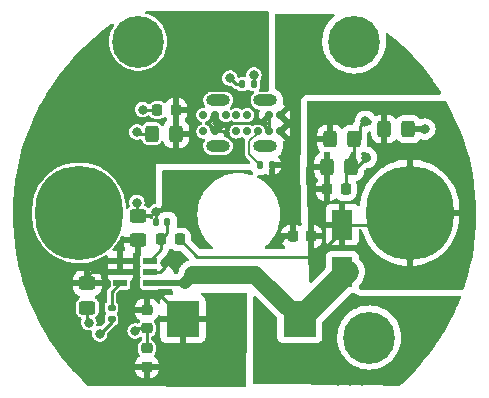
<source format=gbr>
%TF.GenerationSoftware,KiCad,Pcbnew,(6.0.10)*%
%TF.CreationDate,2023-09-05T22:10:59+02:00*%
%TF.ProjectId,Pump PCB,50756d70-2050-4434-922e-6b696361645f,rev?*%
%TF.SameCoordinates,Original*%
%TF.FileFunction,Copper,L1,Top*%
%TF.FilePolarity,Positive*%
%FSLAX46Y46*%
G04 Gerber Fmt 4.6, Leading zero omitted, Abs format (unit mm)*
G04 Created by KiCad (PCBNEW (6.0.10)) date 2023-09-05 22:10:59*
%MOMM*%
%LPD*%
G01*
G04 APERTURE LIST*
G04 Aperture macros list*
%AMRoundRect*
0 Rectangle with rounded corners*
0 $1 Rounding radius*
0 $2 $3 $4 $5 $6 $7 $8 $9 X,Y pos of 4 corners*
0 Add a 4 corners polygon primitive as box body*
4,1,4,$2,$3,$4,$5,$6,$7,$8,$9,$2,$3,0*
0 Add four circle primitives for the rounded corners*
1,1,$1+$1,$2,$3*
1,1,$1+$1,$4,$5*
1,1,$1+$1,$6,$7*
1,1,$1+$1,$8,$9*
0 Add four rect primitives between the rounded corners*
20,1,$1+$1,$2,$3,$4,$5,0*
20,1,$1+$1,$4,$5,$6,$7,0*
20,1,$1+$1,$6,$7,$8,$9,0*
20,1,$1+$1,$8,$9,$2,$3,0*%
G04 Aperture macros list end*
%TA.AperFunction,SMDPad,CuDef*%
%ADD10RoundRect,0.249999X0.325001X0.450001X-0.325001X0.450001X-0.325001X-0.450001X0.325001X-0.450001X0*%
%TD*%
%TA.AperFunction,SMDPad,CuDef*%
%ADD11RoundRect,0.249999X-0.325001X-0.450001X0.325001X-0.450001X0.325001X0.450001X-0.325001X0.450001X0*%
%TD*%
%TA.AperFunction,SMDPad,CuDef*%
%ADD12RoundRect,0.218750X0.218750X0.256250X-0.218750X0.256250X-0.218750X-0.256250X0.218750X-0.256250X0*%
%TD*%
%TA.AperFunction,SMDPad,CuDef*%
%ADD13RoundRect,0.218750X-0.256250X0.218750X-0.256250X-0.218750X0.256250X-0.218750X0.256250X0.218750X0*%
%TD*%
%TA.AperFunction,SMDPad,CuDef*%
%ADD14RoundRect,0.218750X-0.218750X-0.256250X0.218750X-0.256250X0.218750X0.256250X-0.218750X0.256250X0*%
%TD*%
%TA.AperFunction,SMDPad,CuDef*%
%ADD15R,1.800000X2.500000*%
%TD*%
%TA.AperFunction,ComponentPad*%
%ADD16C,4.400000*%
%TD*%
%TA.AperFunction,ComponentPad*%
%ADD17O,7.400000X8.000000*%
%TD*%
%TA.AperFunction,SMDPad,CuDef*%
%ADD18R,1.150000X0.600000*%
%TD*%
%TA.AperFunction,SMDPad,CuDef*%
%ADD19R,2.800000X3.050000*%
%TD*%
%TA.AperFunction,SMDPad,CuDef*%
%ADD20RoundRect,0.147500X-0.172500X0.147500X-0.172500X-0.147500X0.172500X-0.147500X0.172500X0.147500X0*%
%TD*%
%TA.AperFunction,SMDPad,CuDef*%
%ADD21RoundRect,0.147500X-0.147500X-0.172500X0.147500X-0.172500X0.147500X0.172500X-0.147500X0.172500X0*%
%TD*%
%TA.AperFunction,SMDPad,CuDef*%
%ADD22RoundRect,0.249999X0.450001X-0.325001X0.450001X0.325001X-0.450001X0.325001X-0.450001X-0.325001X0*%
%TD*%
%TA.AperFunction,SMDPad,CuDef*%
%ADD23RoundRect,0.249999X-0.450001X0.325001X-0.450001X-0.325001X0.450001X-0.325001X0.450001X0.325001X0*%
%TD*%
%TA.AperFunction,SMDPad,CuDef*%
%ADD24RoundRect,0.218750X0.256250X-0.218750X0.256250X0.218750X-0.256250X0.218750X-0.256250X-0.218750X0*%
%TD*%
%TA.AperFunction,SMDPad,CuDef*%
%ADD25RoundRect,0.147500X0.147500X0.172500X-0.147500X0.172500X-0.147500X-0.172500X0.147500X-0.172500X0*%
%TD*%
%TA.AperFunction,ComponentPad*%
%ADD26C,0.700000*%
%TD*%
%TA.AperFunction,ComponentPad*%
%ADD27O,2.000000X1.000000*%
%TD*%
%TA.AperFunction,ViaPad*%
%ADD28C,0.800000*%
%TD*%
%TA.AperFunction,Conductor*%
%ADD29C,0.250000*%
%TD*%
%TA.AperFunction,Conductor*%
%ADD30C,1.500000*%
%TD*%
%TA.AperFunction,Conductor*%
%ADD31C,0.500000*%
%TD*%
%TA.AperFunction,Conductor*%
%ADD32C,1.000000*%
%TD*%
%TA.AperFunction,Conductor*%
%ADD33C,2.000000*%
%TD*%
%TA.AperFunction,Conductor*%
%ADD34C,0.200000*%
%TD*%
G04 APERTURE END LIST*
D10*
%TO.P,C2,2*%
%TO.N,GND*%
X121403000Y-50292000D03*
%TO.P,C2,1*%
%TO.N,5V*%
X123453000Y-50292000D03*
%TD*%
D11*
%TO.P,C3,1*%
%TO.N,12V*%
X136516000Y-50750000D03*
%TO.P,C3,2*%
%TO.N,GND*%
X138566000Y-50750000D03*
%TD*%
%TO.P,C4,1*%
%TO.N,12V*%
X141088000Y-49911000D03*
%TO.P,C4,2*%
%TO.N,GND*%
X143138000Y-49911000D03*
%TD*%
D12*
%TO.P,C7,2*%
%TO.N,GND*%
X121890500Y-48292000D03*
%TO.P,C7,1*%
%TO.N,5V*%
X123465500Y-48292000D03*
%TD*%
D13*
%TO.P,C10,1*%
%TO.N,5V*%
X121000000Y-65212500D03*
%TO.P,C10,2*%
%TO.N,GND*%
X121000000Y-66787500D03*
%TD*%
D11*
%TO.P,C12,1*%
%TO.N,12V*%
X136262000Y-53086000D03*
%TO.P,C12,2*%
%TO.N,GND*%
X138312000Y-53086000D03*
%TD*%
D14*
%TO.P,C13,1*%
%TO.N,12V*%
X136245500Y-54991000D03*
%TO.P,C13,2*%
%TO.N,GND*%
X137820500Y-54991000D03*
%TD*%
D15*
%TO.P,D1,1*%
%TO.N,12V*%
X137541000Y-58000000D03*
%TO.P,D1,2*%
%TO.N,Net-(D1-Pad2)*%
X137541000Y-62000000D03*
%TD*%
D16*
%TO.P,H1,1*%
%TO.N,N/C*%
X138557000Y-42500000D03*
%TD*%
%TO.P,H2,1*%
%TO.N,N/C*%
X120269000Y-42500000D03*
%TD*%
%TO.P,H3,1*%
%TO.N,N/C*%
X139827000Y-67564000D03*
%TD*%
D17*
%TO.P,H5,1*%
%TO.N,12V*%
X143250000Y-57000000D03*
%TD*%
%TO.P,H6,1*%
%TO.N,GND*%
X115250000Y-57000000D03*
%TD*%
D18*
%TO.P,IC1,1*%
%TO.N,Net-(D1-Pad2)*%
X121250000Y-62950000D03*
%TO.P,IC1,2*%
%TO.N,GND*%
X121250000Y-62000000D03*
%TO.P,IC1,3*%
%TO.N,Net-(IC1-Pad3)*%
X121250000Y-61050000D03*
%TO.P,IC1,4*%
%TO.N,5V*%
X118750000Y-61050000D03*
%TO.P,IC1,5*%
X118750000Y-62000000D03*
%TO.P,IC1,6*%
%TO.N,Net-(IC1-Pad6)*%
X118750000Y-62950000D03*
%TD*%
D19*
%TO.P,L1,1*%
%TO.N,5V*%
X124050000Y-66000000D03*
%TO.P,L1,2*%
%TO.N,Net-(D1-Pad2)*%
X133950000Y-66000000D03*
%TD*%
D20*
%TO.P,R1,1*%
%TO.N,Net-(IC1-Pad6)*%
X118000000Y-65030000D03*
%TO.P,R1,2*%
%TO.N,GND*%
X118000000Y-66000000D03*
%TD*%
D14*
%TO.P,R4,1*%
%TO.N,Net-(IC1-Pad3)*%
X122212500Y-59250000D03*
%TO.P,R4,2*%
%TO.N,12V*%
X123787500Y-59250000D03*
%TD*%
D21*
%TO.P,R5,1*%
%TO.N,GND*%
X121765000Y-57750000D03*
%TO.P,R5,2*%
%TO.N,Net-(IC1-Pad3)*%
X122735000Y-57750000D03*
%TD*%
D22*
%TO.P,C11,1*%
%TO.N,5V*%
X120269000Y-59318000D03*
%TO.P,C11,2*%
%TO.N,GND*%
X120269000Y-57268000D03*
%TD*%
D23*
%TO.P,C9,1*%
%TO.N,5V*%
X115951000Y-62983000D03*
%TO.P,C9,2*%
%TO.N,GND*%
X115951000Y-65033000D03*
%TD*%
D12*
%TO.P,C5,1*%
%TO.N,12V*%
X134899500Y-59000000D03*
%TO.P,C5,2*%
%TO.N,GND*%
X133324500Y-59000000D03*
%TD*%
D24*
%TO.P,C1,1*%
%TO.N,5V*%
X121000000Y-70037500D03*
%TO.P,C1,2*%
%TO.N,GND*%
X121000000Y-68462500D03*
%TD*%
D25*
%TO.P,R6,2*%
%TO.N,Net-(J1-Pad12)*%
X129055000Y-46116000D03*
%TO.P,R6,1*%
%TO.N,GND*%
X130025000Y-46116000D03*
%TD*%
D21*
%TO.P,R7,2*%
%TO.N,GND*%
X131549000Y-52974000D03*
%TO.P,R7,1*%
%TO.N,Net-(J1-Pad5)*%
X130579000Y-52974000D03*
%TD*%
D26*
%TO.P,J1,14*%
%TO.N,GND*%
X125782000Y-48718000D03*
%TO.P,J1,13*%
%TO.N,5V*%
X126732000Y-48718000D03*
%TO.P,J1,12*%
%TO.N,Net-(J1-Pad12)*%
X127682000Y-48718000D03*
%TO.P,J1,11*%
%TO.N,Net-(J1-Pad11)*%
X128582000Y-48718000D03*
%TO.P,J1,10*%
%TO.N,Net-(J1-Pad10)*%
X129482000Y-48718000D03*
%TO.P,J1,9*%
%TO.N,5V*%
X131332000Y-48718000D03*
%TO.P,J1,8*%
%TO.N,GND*%
X132282000Y-48718000D03*
%TO.P,J1,7*%
X132282000Y-50118000D03*
%TO.P,J1,6*%
%TO.N,5V*%
X131332000Y-50118000D03*
%TO.P,J1,5*%
%TO.N,Net-(J1-Pad5)*%
X130382000Y-50118000D03*
%TO.P,J1,4*%
%TO.N,Net-(J1-Pad4)*%
X129482000Y-50118000D03*
%TO.P,J1,3*%
%TO.N,Net-(J1-Pad3)*%
X128582000Y-50118000D03*
%TO.P,J1,2*%
%TO.N,5V*%
X126732000Y-50118000D03*
%TO.P,J1,1*%
%TO.N,GND*%
X125782000Y-50118000D03*
D27*
%TO.P,J1,0*%
%TO.N,Net-(J1-Pad0)*%
X131032000Y-47488000D03*
X127032000Y-47488000D03*
X131032000Y-51348000D03*
X127032000Y-51348000D03*
%TD*%
D28*
%TO.N,GND*%
X120142000Y-50165000D03*
X120650000Y-48260000D03*
X139573000Y-52324000D03*
X145796000Y-64643000D03*
X116078000Y-66294000D03*
X132842000Y-52974000D03*
X138176000Y-71247000D03*
X144780000Y-64643000D03*
X144526000Y-49911000D03*
X120142000Y-56134000D03*
X139192000Y-71247000D03*
X139500000Y-49250000D03*
X132250000Y-59250000D03*
X142748000Y-64643000D03*
X120000000Y-67000000D03*
X132842000Y-53721000D03*
X143764000Y-64643000D03*
X122500000Y-61250000D03*
X137160000Y-71247000D03*
X117000000Y-67250000D03*
X121793000Y-56896000D03*
X130048000Y-45339000D03*
%TO.N,Net-(J1-Pad12)*%
X128016000Y-45608000D03*
%TD*%
D29*
%TO.N,GND*%
X120269000Y-50292000D02*
X120142000Y-50165000D01*
X121403000Y-50292000D02*
X120269000Y-50292000D01*
X120682000Y-48292000D02*
X120650000Y-48260000D01*
X121890500Y-48292000D02*
X120682000Y-48292000D01*
X130048000Y-45339000D02*
X130048000Y-46093000D01*
X115951000Y-66167000D02*
X116078000Y-66294000D01*
X115951000Y-65033000D02*
X115951000Y-66167000D01*
X138811000Y-53086000D02*
X139573000Y-52324000D01*
X138312000Y-53086000D02*
X138811000Y-53086000D01*
X138566000Y-50750000D02*
X138566000Y-52832000D01*
%TO.N,12V*%
X137541000Y-58000000D02*
X142250000Y-58000000D01*
%TO.N,GND*%
X137820500Y-53577500D02*
X138312000Y-53086000D01*
X137820500Y-54991000D02*
X137820500Y-53577500D01*
X120212500Y-66787500D02*
X120000000Y-67000000D01*
X121250000Y-62000000D02*
X122075000Y-62000000D01*
X118000000Y-66000000D02*
X118000000Y-66250000D01*
X132500000Y-59000000D02*
X132250000Y-59250000D01*
X122075000Y-62000000D02*
X122500000Y-61575000D01*
X139025000Y-49725000D02*
X139500000Y-49250000D01*
X131549000Y-52974000D02*
X132842000Y-52974000D01*
X121000000Y-66787500D02*
X120212500Y-66787500D01*
X139025000Y-50750000D02*
X139025000Y-49725000D01*
X118000000Y-66250000D02*
X117000000Y-67250000D01*
X120142000Y-57268000D02*
X120142000Y-56134000D01*
X121000000Y-68462500D02*
X121000000Y-66787500D01*
X133462500Y-59000000D02*
X132500000Y-59000000D01*
X121765000Y-56924000D02*
X121793000Y-56896000D01*
X122500000Y-61575000D02*
X122500000Y-61250000D01*
X121765000Y-57750000D02*
X121765000Y-56924000D01*
%TO.N,5V*%
X131332000Y-49404000D02*
X126760000Y-49404000D01*
X126732000Y-50118000D02*
X127468740Y-50118000D01*
X115951000Y-62348000D02*
X117249000Y-61050000D01*
X126760000Y-49404000D02*
X126732000Y-49432000D01*
X116299000Y-62000000D02*
X117626000Y-62000000D01*
X126732000Y-49432000D02*
X126732000Y-48718000D01*
X118750000Y-62000000D02*
X117626000Y-62000000D01*
X118750000Y-61050000D02*
X117249000Y-61050000D01*
X126732000Y-49212974D02*
X126551973Y-49393001D01*
X131332000Y-49404000D02*
X131332000Y-50118000D01*
X131332000Y-48718000D02*
X131332000Y-49404000D01*
X127468740Y-50118000D02*
X128357010Y-51006270D01*
X126732000Y-50118000D02*
X126732000Y-49432000D01*
X124050000Y-65884000D02*
X122047000Y-63881000D01*
X126732000Y-49212974D02*
X126732000Y-48718000D01*
X128357010Y-51006270D02*
X128357010Y-52378990D01*
%TO.N,12V*%
X123787500Y-59250000D02*
X125243500Y-60706000D01*
X135294000Y-60706000D02*
X138000000Y-58000000D01*
X125243500Y-60706000D02*
X135294000Y-60706000D01*
D30*
%TO.N,Net-(D1-Pad2)*%
X124900000Y-62250000D02*
X124920000Y-62230000D01*
D31*
X121250000Y-62950000D02*
X124200000Y-62950000D01*
D30*
X124920000Y-62230000D02*
X130180000Y-62230000D01*
X130180000Y-62230000D02*
X133950000Y-66000000D01*
D32*
X124200000Y-62950000D02*
X124900000Y-62250000D01*
D33*
X137950000Y-62000000D02*
X133950000Y-66000000D01*
D29*
%TO.N,Net-(IC1-Pad6)*%
X118000000Y-65030000D02*
X118000000Y-63700000D01*
X118000000Y-63700000D02*
X118750000Y-62950000D01*
%TO.N,Net-(IC1-Pad3)*%
X122735000Y-57750000D02*
X122735000Y-58727500D01*
X122735000Y-58727500D02*
X122212500Y-59250000D01*
X122212500Y-60087500D02*
X121250000Y-61050000D01*
X122212500Y-59250000D02*
X122212500Y-60087500D01*
%TO.N,Net-(J1-Pad12)*%
X128524000Y-46116000D02*
X128016000Y-45608000D01*
X129055000Y-46116000D02*
X128524000Y-46116000D01*
D34*
%TO.N,Net-(J1-Pad5)*%
X129667000Y-50932002D02*
X130382000Y-50217002D01*
X130579000Y-52974000D02*
X129667000Y-52062000D01*
X129667000Y-52062000D02*
X129667000Y-50932002D01*
%TD*%
%TA.AperFunction,Conductor*%
%TO.N,5V*%
G36*
X131260121Y-39909539D02*
G01*
X131306614Y-39963195D01*
X131318000Y-40015537D01*
X131318000Y-46607500D01*
X131297998Y-46675621D01*
X131244342Y-46722114D01*
X131192000Y-46733500D01*
X130597653Y-46733500D01*
X130529532Y-46713498D01*
X130483039Y-46659842D01*
X130472935Y-46589568D01*
X130495472Y-46534042D01*
X130501779Y-46527735D01*
X130539470Y-46453761D01*
X130555088Y-46423110D01*
X130555089Y-46423107D01*
X130559590Y-46414273D01*
X130574500Y-46320137D01*
X130574499Y-45911864D01*
X130559590Y-45817727D01*
X130562301Y-45817298D01*
X130560708Y-45761449D01*
X130580244Y-45719960D01*
X130621324Y-45662790D01*
X130625755Y-45656624D01*
X130684842Y-45509641D01*
X130707162Y-45352807D01*
X130707307Y-45339000D01*
X130688276Y-45181733D01*
X130632280Y-45033546D01*
X130604059Y-44992484D01*
X130546855Y-44909251D01*
X130546854Y-44909249D01*
X130542553Y-44902992D01*
X130424275Y-44797611D01*
X130416889Y-44793700D01*
X130290988Y-44727039D01*
X130290989Y-44727039D01*
X130284274Y-44723484D01*
X130130633Y-44684892D01*
X130123034Y-44684852D01*
X130123033Y-44684852D01*
X130057181Y-44684507D01*
X129972221Y-44684062D01*
X129964841Y-44685834D01*
X129964839Y-44685834D01*
X129825563Y-44719271D01*
X129825560Y-44719272D01*
X129818184Y-44721043D01*
X129677414Y-44793700D01*
X129558039Y-44897838D01*
X129466950Y-45027444D01*
X129438178Y-45101240D01*
X129412603Y-45166838D01*
X129409406Y-45175037D01*
X129408414Y-45182570D01*
X129408414Y-45182571D01*
X129392491Y-45303524D01*
X129388729Y-45332096D01*
X129394539Y-45384721D01*
X129396893Y-45406044D01*
X129384487Y-45475949D01*
X129336257Y-45528049D01*
X129267517Y-45545803D01*
X129251945Y-45544320D01*
X129239032Y-45542275D01*
X129239028Y-45542275D01*
X129234137Y-45541500D01*
X129055019Y-45541500D01*
X128875864Y-45541501D01*
X128799489Y-45553597D01*
X128729078Y-45544497D01*
X128674764Y-45498775D01*
X128657415Y-45459199D01*
X128657189Y-45458280D01*
X128656276Y-45450733D01*
X128600280Y-45302546D01*
X128510553Y-45171992D01*
X128392275Y-45066611D01*
X128384889Y-45062700D01*
X128346565Y-45042409D01*
X128252274Y-44992484D01*
X128098633Y-44953892D01*
X128091034Y-44953852D01*
X128091033Y-44953852D01*
X128025181Y-44953507D01*
X127940221Y-44953062D01*
X127932841Y-44954834D01*
X127932839Y-44954834D01*
X127793563Y-44988271D01*
X127793560Y-44988272D01*
X127786184Y-44990043D01*
X127645414Y-45062700D01*
X127526039Y-45166838D01*
X127434950Y-45296444D01*
X127377406Y-45444037D01*
X127376414Y-45451570D01*
X127376414Y-45451571D01*
X127364204Y-45544320D01*
X127356729Y-45601096D01*
X127374113Y-45758553D01*
X127376723Y-45765684D01*
X127376723Y-45765686D01*
X127406591Y-45847303D01*
X127428553Y-45907319D01*
X127516908Y-46038805D01*
X127634076Y-46145419D01*
X127773293Y-46221008D01*
X127926522Y-46261207D01*
X128021006Y-46262691D01*
X128084771Y-46263693D01*
X128152569Y-46284762D01*
X128171887Y-46300582D01*
X128217524Y-46346219D01*
X128232661Y-46364961D01*
X128233779Y-46366190D01*
X128239429Y-46374940D01*
X128247607Y-46381387D01*
X128265799Y-46395728D01*
X128270241Y-46399676D01*
X128270303Y-46399603D01*
X128274268Y-46402963D01*
X128277943Y-46406638D01*
X128282165Y-46409655D01*
X128282171Y-46409660D01*
X128293650Y-46417862D01*
X128298399Y-46421428D01*
X128338647Y-46453156D01*
X128347284Y-46456189D01*
X128354734Y-46461513D01*
X128364710Y-46464497D01*
X128364711Y-46464497D01*
X128380046Y-46469083D01*
X128403849Y-46476202D01*
X128409486Y-46478034D01*
X128450367Y-46492390D01*
X128457851Y-46495018D01*
X128463416Y-46495500D01*
X128466124Y-46495500D01*
X128468758Y-46495614D01*
X128468856Y-46495643D01*
X128468849Y-46495807D01*
X128469553Y-46495851D01*
X128475778Y-46497713D01*
X128487695Y-46497245D01*
X128490393Y-46497139D01*
X128495964Y-46498540D01*
X128496519Y-46498610D01*
X128496511Y-46498677D01*
X128559246Y-46514452D01*
X128584433Y-46533947D01*
X128668265Y-46617779D01*
X128726434Y-46647417D01*
X128772890Y-46671088D01*
X128772893Y-46671089D01*
X128781727Y-46675590D01*
X128875863Y-46690500D01*
X129054981Y-46690500D01*
X129234136Y-46690499D01*
X129328273Y-46675590D01*
X129441735Y-46617779D01*
X129450905Y-46608609D01*
X129454167Y-46606828D01*
X129456768Y-46604938D01*
X129457012Y-46605274D01*
X129513217Y-46574583D01*
X129584032Y-46579648D01*
X129629095Y-46608609D01*
X129638265Y-46617779D01*
X129696434Y-46647417D01*
X129742890Y-46671088D01*
X129742893Y-46671089D01*
X129751727Y-46675590D01*
X129845863Y-46690500D01*
X129955748Y-46690500D01*
X130023869Y-46710502D01*
X130070362Y-46764158D01*
X130080466Y-46834432D01*
X130050972Y-46899012D01*
X130044685Y-46905189D01*
X130044732Y-46905234D01*
X129923736Y-47032960D01*
X129835368Y-47185096D01*
X129784370Y-47353480D01*
X129773476Y-47529080D01*
X129774716Y-47536296D01*
X129774716Y-47536298D01*
X129801520Y-47692289D01*
X129803271Y-47702477D01*
X129872156Y-47864368D01*
X129976437Y-48006071D01*
X130110520Y-48119982D01*
X130134485Y-48132219D01*
X130260695Y-48196666D01*
X130260700Y-48196668D01*
X130267212Y-48199993D01*
X130274318Y-48201732D01*
X130274321Y-48201733D01*
X130438108Y-48241811D01*
X130437733Y-48243343D01*
X130495413Y-48270258D01*
X130533306Y-48330297D01*
X130531956Y-48403740D01*
X130490167Y-48532353D01*
X130487437Y-48545193D01*
X130469964Y-48711435D01*
X130469964Y-48724565D01*
X130487437Y-48890807D01*
X130490167Y-48903650D01*
X130541819Y-49062617D01*
X130547165Y-49074625D01*
X130563363Y-49102680D01*
X130573569Y-49112411D01*
X130581590Y-49109200D01*
X131242905Y-48447885D01*
X131305217Y-48413859D01*
X131318000Y-48414773D01*
X131318000Y-49091210D01*
X131004022Y-49405188D01*
X130996408Y-49419132D01*
X130996539Y-49420965D01*
X131000790Y-49427580D01*
X131318000Y-49744790D01*
X131318000Y-50419224D01*
X131287968Y-50417076D01*
X131242905Y-50388115D01*
X131024830Y-50170040D01*
X130990804Y-50107728D01*
X130989003Y-50097392D01*
X130972018Y-49968378D01*
X130972017Y-49968374D01*
X130970940Y-49960194D01*
X130967782Y-49952570D01*
X130967781Y-49952566D01*
X130913191Y-49820773D01*
X130913190Y-49820772D01*
X130910030Y-49813142D01*
X130870308Y-49761375D01*
X130818160Y-49693416D01*
X130813134Y-49686866D01*
X130732104Y-49624689D01*
X130693411Y-49594998D01*
X130693408Y-49594996D01*
X130686858Y-49589970D01*
X130679227Y-49586809D01*
X130547434Y-49532219D01*
X130547430Y-49532218D01*
X130539806Y-49529060D01*
X130382000Y-49508284D01*
X130224194Y-49529060D01*
X130216570Y-49532218D01*
X130216566Y-49532219D01*
X130084773Y-49586809D01*
X130077142Y-49589970D01*
X130008703Y-49642486D01*
X129942484Y-49668086D01*
X129872936Y-49653822D01*
X129855302Y-49642490D01*
X129786858Y-49589970D01*
X129652718Y-49534408D01*
X129597438Y-49489861D01*
X129575017Y-49422498D01*
X129592575Y-49353707D01*
X129644537Y-49305328D01*
X129652711Y-49301595D01*
X129786858Y-49246030D01*
X129794635Y-49240063D01*
X129906584Y-49154160D01*
X129913134Y-49149134D01*
X129964335Y-49082408D01*
X130005002Y-49029411D01*
X130005003Y-49029409D01*
X130010030Y-49022858D01*
X130021358Y-48995509D01*
X130067781Y-48883434D01*
X130067782Y-48883430D01*
X130070940Y-48875806D01*
X130091716Y-48718000D01*
X130070940Y-48560194D01*
X130067782Y-48552570D01*
X130067781Y-48552566D01*
X130013191Y-48420773D01*
X130013190Y-48420772D01*
X130010030Y-48413142D01*
X129913134Y-48286866D01*
X129851157Y-48239309D01*
X129793411Y-48194998D01*
X129793408Y-48194996D01*
X129786858Y-48189970D01*
X129779227Y-48186809D01*
X129647434Y-48132219D01*
X129647430Y-48132218D01*
X129639806Y-48129060D01*
X129482000Y-48108284D01*
X129324194Y-48129060D01*
X129316570Y-48132218D01*
X129316566Y-48132219D01*
X129184773Y-48186809D01*
X129177142Y-48189970D01*
X129108703Y-48242486D01*
X129042484Y-48268086D01*
X128972936Y-48253822D01*
X128955302Y-48242490D01*
X128886858Y-48189970D01*
X128879227Y-48186809D01*
X128747434Y-48132219D01*
X128747430Y-48132218D01*
X128739806Y-48129060D01*
X128582000Y-48108284D01*
X128424194Y-48129060D01*
X128416570Y-48132218D01*
X128416566Y-48132219D01*
X128284773Y-48186809D01*
X128277142Y-48189970D01*
X128208703Y-48242486D01*
X128142484Y-48268086D01*
X128072936Y-48253822D01*
X128055296Y-48242485D01*
X128051157Y-48239309D01*
X128009290Y-48181971D01*
X128005068Y-48111100D01*
X128036388Y-48052694D01*
X128135228Y-47948356D01*
X128140264Y-47943040D01*
X128228632Y-47790904D01*
X128279630Y-47622520D01*
X128290524Y-47446920D01*
X128278511Y-47377004D01*
X128261969Y-47280738D01*
X128261968Y-47280736D01*
X128260729Y-47273523D01*
X128191844Y-47111632D01*
X128087563Y-46969929D01*
X127953480Y-46856018D01*
X127860947Y-46808768D01*
X127803305Y-46779334D01*
X127803300Y-46779332D01*
X127796788Y-46776007D01*
X127789682Y-46774268D01*
X127789679Y-46774267D01*
X127695553Y-46751235D01*
X127625892Y-46734189D01*
X127620290Y-46733841D01*
X127620287Y-46733841D01*
X127616725Y-46733620D01*
X127616716Y-46733620D01*
X127614786Y-46733500D01*
X126487947Y-46733500D01*
X126396050Y-46744214D01*
X126364518Y-46747890D01*
X126364516Y-46747890D01*
X126357246Y-46748738D01*
X126350369Y-46751234D01*
X126350366Y-46751235D01*
X126282121Y-46776007D01*
X126191866Y-46808768D01*
X126185749Y-46812778D01*
X126185746Y-46812780D01*
X126152722Y-46834432D01*
X126044732Y-46905234D01*
X125923736Y-47032960D01*
X125835368Y-47185096D01*
X125784370Y-47353480D01*
X125773476Y-47529080D01*
X125774716Y-47536296D01*
X125774716Y-47536298D01*
X125801520Y-47692289D01*
X125803271Y-47702477D01*
X125872156Y-47864368D01*
X125905286Y-47909387D01*
X125929551Y-47976105D01*
X125913894Y-48045354D01*
X125863283Y-48095144D01*
X125798447Y-48106967D01*
X125798447Y-48109362D01*
X125790188Y-48109362D01*
X125782000Y-48108284D01*
X125624194Y-48129060D01*
X125616570Y-48132218D01*
X125616566Y-48132219D01*
X125484773Y-48186809D01*
X125477142Y-48189970D01*
X125470592Y-48194996D01*
X125470589Y-48194998D01*
X125412843Y-48239309D01*
X125350866Y-48286866D01*
X125253970Y-48413142D01*
X125250810Y-48420772D01*
X125250809Y-48420773D01*
X125196219Y-48552566D01*
X125196218Y-48552570D01*
X125193060Y-48560194D01*
X125172284Y-48718000D01*
X125193060Y-48875806D01*
X125196218Y-48883430D01*
X125196219Y-48883434D01*
X125242642Y-48995509D01*
X125253970Y-49022858D01*
X125258997Y-49029409D01*
X125258998Y-49029411D01*
X125299665Y-49082408D01*
X125350866Y-49149134D01*
X125357416Y-49154160D01*
X125469366Y-49240063D01*
X125477142Y-49246030D01*
X125611282Y-49301592D01*
X125666562Y-49346139D01*
X125688983Y-49413502D01*
X125671425Y-49482293D01*
X125619463Y-49530672D01*
X125611289Y-49534405D01*
X125477142Y-49589970D01*
X125470592Y-49594996D01*
X125470589Y-49594998D01*
X125431896Y-49624689D01*
X125350866Y-49686866D01*
X125345840Y-49693416D01*
X125293693Y-49761375D01*
X125253970Y-49813142D01*
X125250810Y-49820772D01*
X125250809Y-49820773D01*
X125196219Y-49952566D01*
X125196218Y-49952570D01*
X125193060Y-49960194D01*
X125172284Y-50118000D01*
X125193060Y-50275806D01*
X125196218Y-50283430D01*
X125196219Y-50283434D01*
X125206396Y-50308003D01*
X125253970Y-50422858D01*
X125350866Y-50549134D01*
X125357416Y-50554160D01*
X125468416Y-50639334D01*
X125477142Y-50646030D01*
X125484772Y-50649190D01*
X125484773Y-50649191D01*
X125616566Y-50703781D01*
X125616570Y-50703782D01*
X125624194Y-50706940D01*
X125742511Y-50722517D01*
X125773812Y-50726638D01*
X125782000Y-50727716D01*
X125790188Y-50726638D01*
X125798447Y-50726638D01*
X125798447Y-50729346D01*
X125855402Y-50738232D01*
X125908497Y-50785363D01*
X125927683Y-50853718D01*
X125910647Y-50915495D01*
X125835368Y-51045096D01*
X125784370Y-51213480D01*
X125773476Y-51389080D01*
X125774716Y-51396296D01*
X125774716Y-51396298D01*
X125802031Y-51555262D01*
X125803271Y-51562477D01*
X125872156Y-51724368D01*
X125976437Y-51866071D01*
X126110520Y-51979982D01*
X126154034Y-52002201D01*
X126260695Y-52056666D01*
X126260700Y-52056668D01*
X126267212Y-52059993D01*
X126274318Y-52061732D01*
X126274321Y-52061733D01*
X126331552Y-52075737D01*
X126438108Y-52101811D01*
X126443710Y-52102159D01*
X126443713Y-52102159D01*
X126447275Y-52102380D01*
X126447284Y-52102380D01*
X126449214Y-52102500D01*
X127576053Y-52102500D01*
X127670824Y-52091451D01*
X127699482Y-52088110D01*
X127699484Y-52088110D01*
X127706754Y-52087262D01*
X127713631Y-52084766D01*
X127713634Y-52084765D01*
X127865255Y-52029729D01*
X127872134Y-52027232D01*
X127878251Y-52023222D01*
X127878254Y-52023220D01*
X127951431Y-51975242D01*
X128019268Y-51930766D01*
X128140264Y-51803040D01*
X128228632Y-51650904D01*
X128279630Y-51482520D01*
X128290524Y-51306920D01*
X128280079Y-51246130D01*
X128261969Y-51140738D01*
X128261968Y-51140736D01*
X128260729Y-51133523D01*
X128191844Y-50971632D01*
X128087563Y-50829929D01*
X127953480Y-50716018D01*
X127860947Y-50668768D01*
X127803305Y-50639334D01*
X127803300Y-50639332D01*
X127796788Y-50636007D01*
X127789682Y-50634268D01*
X127789679Y-50634267D01*
X127625892Y-50594189D01*
X127626267Y-50592657D01*
X127568587Y-50565742D01*
X127530694Y-50505703D01*
X127532044Y-50432260D01*
X127573833Y-50303647D01*
X127576563Y-50290807D01*
X127594036Y-50124565D01*
X127594036Y-50111435D01*
X127576563Y-49945193D01*
X127573833Y-49932350D01*
X127522181Y-49773383D01*
X127516835Y-49761375D01*
X127500637Y-49733320D01*
X127490431Y-49723589D01*
X127482410Y-49726800D01*
X126821095Y-50388115D01*
X126758783Y-50422141D01*
X126687968Y-50417076D01*
X126642905Y-50388115D01*
X126424830Y-50170040D01*
X126390804Y-50107728D01*
X126389003Y-50097392D01*
X126372018Y-49968378D01*
X126372017Y-49968374D01*
X126370940Y-49960194D01*
X126367782Y-49952570D01*
X126367781Y-49952566D01*
X126313191Y-49820773D01*
X126313190Y-49820772D01*
X126310030Y-49813142D01*
X126270308Y-49761375D01*
X126218160Y-49693416D01*
X126213134Y-49686866D01*
X126132104Y-49624689D01*
X126093411Y-49594998D01*
X126093408Y-49594996D01*
X126086858Y-49589970D01*
X125952718Y-49534408D01*
X125897438Y-49489861D01*
X125875017Y-49422498D01*
X125875876Y-49419132D01*
X126396408Y-49419132D01*
X126396539Y-49420965D01*
X126400790Y-49427580D01*
X126719188Y-49745978D01*
X126733132Y-49753592D01*
X126734965Y-49753461D01*
X126741580Y-49749210D01*
X127059978Y-49430812D01*
X127067592Y-49416868D01*
X127067461Y-49415035D01*
X127063210Y-49408420D01*
X126744812Y-49090022D01*
X126730868Y-49082408D01*
X126729035Y-49082539D01*
X126722420Y-49086790D01*
X126404022Y-49405188D01*
X126396408Y-49419132D01*
X125875876Y-49419132D01*
X125892575Y-49353707D01*
X125944537Y-49305328D01*
X125952711Y-49301595D01*
X126086858Y-49246030D01*
X126094635Y-49240063D01*
X126206584Y-49154160D01*
X126213134Y-49149134D01*
X126264335Y-49082408D01*
X126305002Y-49029411D01*
X126305003Y-49029409D01*
X126310030Y-49022858D01*
X126321358Y-48995509D01*
X126367781Y-48883434D01*
X126367782Y-48883430D01*
X126370940Y-48875806D01*
X126372017Y-48867626D01*
X126372018Y-48867622D01*
X126389003Y-48738608D01*
X126417726Y-48673681D01*
X126424830Y-48665960D01*
X126642905Y-48447885D01*
X126705217Y-48413859D01*
X126776032Y-48418924D01*
X126821095Y-48447885D01*
X127039170Y-48665960D01*
X127073196Y-48728272D01*
X127074997Y-48738608D01*
X127091982Y-48867622D01*
X127091983Y-48867626D01*
X127093060Y-48875806D01*
X127096218Y-48883430D01*
X127096219Y-48883434D01*
X127142642Y-48995509D01*
X127153970Y-49022858D01*
X127158997Y-49029409D01*
X127158998Y-49029411D01*
X127199665Y-49082408D01*
X127250866Y-49149134D01*
X127257416Y-49154160D01*
X127369366Y-49240063D01*
X127377142Y-49246030D01*
X127384772Y-49249190D01*
X127384773Y-49249191D01*
X127516566Y-49303781D01*
X127516570Y-49303782D01*
X127524194Y-49306940D01*
X127682000Y-49327716D01*
X127839806Y-49306940D01*
X127847430Y-49303782D01*
X127847434Y-49303781D01*
X127979227Y-49249191D01*
X127979228Y-49249190D01*
X127986858Y-49246030D01*
X128055297Y-49193514D01*
X128121516Y-49167914D01*
X128191064Y-49182178D01*
X128208698Y-49193510D01*
X128277142Y-49246030D01*
X128411282Y-49301592D01*
X128466562Y-49346139D01*
X128488983Y-49413502D01*
X128471425Y-49482293D01*
X128419463Y-49530672D01*
X128411289Y-49534405D01*
X128277142Y-49589970D01*
X128270592Y-49594996D01*
X128270589Y-49594998D01*
X128231896Y-49624689D01*
X128150866Y-49686866D01*
X128145840Y-49693416D01*
X128093693Y-49761375D01*
X128053970Y-49813142D01*
X128050810Y-49820772D01*
X128050809Y-49820773D01*
X127996219Y-49952566D01*
X127996218Y-49952570D01*
X127993060Y-49960194D01*
X127972284Y-50118000D01*
X127993060Y-50275806D01*
X127996218Y-50283430D01*
X127996219Y-50283434D01*
X128006396Y-50308003D01*
X128053970Y-50422858D01*
X128150866Y-50549134D01*
X128157416Y-50554160D01*
X128268416Y-50639334D01*
X128277142Y-50646030D01*
X128284772Y-50649190D01*
X128284773Y-50649191D01*
X128416566Y-50703781D01*
X128416570Y-50703782D01*
X128424194Y-50706940D01*
X128582000Y-50727716D01*
X128739806Y-50706940D01*
X128747430Y-50703782D01*
X128747434Y-50703781D01*
X128879227Y-50649191D01*
X128879228Y-50649190D01*
X128886858Y-50646030D01*
X128955297Y-50593514D01*
X129021516Y-50567914D01*
X129091064Y-50582178D01*
X129108698Y-50593510D01*
X129177142Y-50646030D01*
X129254255Y-50677971D01*
X129309535Y-50722517D01*
X129331957Y-50789881D01*
X129324919Y-50836129D01*
X129312950Y-50870210D01*
X129312500Y-50875406D01*
X129312500Y-50878111D01*
X129312403Y-50880367D01*
X129312260Y-50880843D01*
X129312214Y-50880841D01*
X129312201Y-50881040D01*
X129310432Y-50886957D01*
X129310841Y-50897361D01*
X129312403Y-50937126D01*
X129312500Y-50942072D01*
X129312500Y-52010743D01*
X129310394Y-52030537D01*
X129310189Y-52034890D01*
X129307997Y-52045070D01*
X129311627Y-52075737D01*
X129311942Y-52081083D01*
X129312072Y-52081072D01*
X129312500Y-52086252D01*
X129312500Y-52091451D01*
X129313353Y-52096575D01*
X129313354Y-52096588D01*
X129315427Y-52109041D01*
X129316264Y-52114916D01*
X129321869Y-52162270D01*
X129325570Y-52169978D01*
X129326975Y-52178417D01*
X129349629Y-52220401D01*
X129352310Y-52225664D01*
X129372955Y-52268658D01*
X129376311Y-52272650D01*
X129378258Y-52274597D01*
X129379748Y-52276222D01*
X129379981Y-52276654D01*
X129379945Y-52276687D01*
X129380084Y-52276845D01*
X129383017Y-52282280D01*
X129390664Y-52289349D01*
X129419881Y-52316357D01*
X129423447Y-52319786D01*
X129720566Y-52616905D01*
X129754592Y-52679217D01*
X129749527Y-52750032D01*
X129706980Y-52806868D01*
X129640460Y-52831679D01*
X129631471Y-52832000D01*
X121793000Y-52832000D01*
X121768151Y-55962957D01*
X121766819Y-56130823D01*
X121746277Y-56198783D01*
X121692254Y-56244848D01*
X121670238Y-56252342D01*
X121646553Y-56258028D01*
X121570563Y-56276271D01*
X121570560Y-56276272D01*
X121563184Y-56278043D01*
X121422414Y-56350700D01*
X121303039Y-56454838D01*
X121241770Y-56542015D01*
X121186235Y-56586246D01*
X121115603Y-56593432D01*
X121063118Y-56570390D01*
X120970947Y-56501311D01*
X120970944Y-56501309D01*
X120963765Y-56495929D01*
X120887188Y-56467222D01*
X120855360Y-56455290D01*
X120798595Y-56412649D01*
X120773895Y-56346087D01*
X120777587Y-56307764D01*
X120778842Y-56304641D01*
X120801162Y-56147807D01*
X120801307Y-56134000D01*
X120782276Y-55976733D01*
X120726280Y-55828546D01*
X120636553Y-55697992D01*
X120518275Y-55592611D01*
X120510889Y-55588700D01*
X120384988Y-55522039D01*
X120384989Y-55522039D01*
X120378274Y-55518484D01*
X120224633Y-55479892D01*
X120217034Y-55479852D01*
X120217033Y-55479852D01*
X120151181Y-55479507D01*
X120066221Y-55479062D01*
X120058841Y-55480834D01*
X120058839Y-55480834D01*
X119919563Y-55514271D01*
X119919560Y-55514272D01*
X119912184Y-55516043D01*
X119771414Y-55588700D01*
X119652039Y-55692838D01*
X119560950Y-55822444D01*
X119503406Y-55970037D01*
X119502414Y-55977570D01*
X119502414Y-55977571D01*
X119486343Y-56099646D01*
X119482729Y-56127096D01*
X119485555Y-56152694D01*
X119499199Y-56276271D01*
X119500113Y-56284553D01*
X119502723Y-56291684D01*
X119502723Y-56291686D01*
X119504712Y-56297120D01*
X119544583Y-56406075D01*
X119549209Y-56476919D01*
X119514799Y-56539019D01*
X119501824Y-56550198D01*
X119458596Y-56582596D01*
X119453215Y-56589776D01*
X119428808Y-56622342D01*
X119371949Y-56664857D01*
X119301130Y-56669883D01*
X119238837Y-56635823D01*
X119204847Y-56573492D01*
X119202143Y-56553152D01*
X119201994Y-56550200D01*
X119195026Y-56412649D01*
X119189473Y-56303032D01*
X119189472Y-56303027D01*
X119189312Y-56299859D01*
X119139867Y-55976733D01*
X119129193Y-55906975D01*
X119129191Y-55906966D01*
X119128709Y-55903815D01*
X119075754Y-55699052D01*
X119029190Y-55519003D01*
X119029187Y-55518995D01*
X119028393Y-55515923D01*
X119015750Y-55481743D01*
X118938309Y-55272395D01*
X118889392Y-55140155D01*
X118769553Y-54895535D01*
X118714529Y-54783216D01*
X118714526Y-54783210D01*
X118713128Y-54780357D01*
X118501408Y-54440213D01*
X118256397Y-54123206D01*
X117980605Y-53832582D01*
X117676856Y-53571316D01*
X117664741Y-53562864D01*
X117350872Y-53343907D01*
X117348259Y-53342084D01*
X116998179Y-53147232D01*
X116995259Y-53145974D01*
X116995254Y-53145972D01*
X116633134Y-52990018D01*
X116633124Y-52990014D01*
X116630200Y-52988755D01*
X116248089Y-52868276D01*
X115966559Y-52809974D01*
X115858885Y-52787676D01*
X115858882Y-52787676D01*
X115855760Y-52787029D01*
X115497755Y-52750032D01*
X115460385Y-52746170D01*
X115460382Y-52746170D01*
X115457229Y-52745844D01*
X115454063Y-52745838D01*
X115454054Y-52745838D01*
X115256154Y-52745493D01*
X115056575Y-52745145D01*
X114756512Y-52775095D01*
X114661088Y-52784620D01*
X114661086Y-52784620D01*
X114657903Y-52784938D01*
X114654763Y-52785577D01*
X114654762Y-52785577D01*
X114268426Y-52864178D01*
X114268419Y-52864180D01*
X114265292Y-52864816D01*
X114262246Y-52865765D01*
X114262245Y-52865765D01*
X114239313Y-52872908D01*
X113882763Y-52983960D01*
X113871521Y-52988755D01*
X113517163Y-53139901D01*
X113517159Y-53139903D01*
X113514233Y-53141151D01*
X113511454Y-53142685D01*
X113511448Y-53142688D01*
X113210978Y-53308557D01*
X113163475Y-53334780D01*
X113160854Y-53336595D01*
X113160849Y-53336598D01*
X112876357Y-53533590D01*
X112834080Y-53562864D01*
X112529421Y-53823068D01*
X112527224Y-53825367D01*
X112527223Y-53825368D01*
X112254821Y-54110420D01*
X112254816Y-54110426D01*
X112252616Y-54112728D01*
X112006500Y-54428877D01*
X111793593Y-54768280D01*
X111616075Y-55127460D01*
X111614961Y-55130441D01*
X111614960Y-55130442D01*
X111610210Y-55143146D01*
X111475763Y-55502742D01*
X111474955Y-55505821D01*
X111474953Y-55505828D01*
X111427202Y-55687846D01*
X111374094Y-55890281D01*
X111312109Y-56286111D01*
X111311938Y-56289277D01*
X111311937Y-56289282D01*
X111295952Y-56584444D01*
X111295500Y-56592785D01*
X111295500Y-57400321D01*
X111295580Y-57401892D01*
X111295580Y-57401909D01*
X111310527Y-57696968D01*
X111310688Y-57700141D01*
X111326955Y-57806448D01*
X111370467Y-58090798D01*
X111371291Y-58096185D01*
X111372090Y-58099274D01*
X111463032Y-58450919D01*
X111471607Y-58484077D01*
X111472710Y-58487060D01*
X111472712Y-58487065D01*
X111491455Y-58537734D01*
X111610608Y-58859845D01*
X111786872Y-59219643D01*
X111998592Y-59559787D01*
X112000549Y-59562319D01*
X112238428Y-59870098D01*
X112243603Y-59876794D01*
X112519395Y-60167418D01*
X112823144Y-60428684D01*
X112825755Y-60430506D01*
X112825757Y-60430507D01*
X112918923Y-60495500D01*
X113151741Y-60657916D01*
X113501821Y-60852768D01*
X113504741Y-60854026D01*
X113504746Y-60854028D01*
X113866866Y-61009982D01*
X113866876Y-61009986D01*
X113869800Y-61011245D01*
X114251911Y-61131724D01*
X114533441Y-61190026D01*
X114641115Y-61212324D01*
X114641118Y-61212324D01*
X114644240Y-61212971D01*
X114949028Y-61244468D01*
X115039615Y-61253830D01*
X115039618Y-61253830D01*
X115042771Y-61254156D01*
X115045937Y-61254162D01*
X115045946Y-61254162D01*
X115243846Y-61254507D01*
X115443425Y-61254855D01*
X115743488Y-61224905D01*
X115838912Y-61215380D01*
X115838914Y-61215380D01*
X115842097Y-61215062D01*
X115845238Y-61214423D01*
X116231574Y-61135822D01*
X116231581Y-61135820D01*
X116234708Y-61135184D01*
X116248906Y-61130762D01*
X116387120Y-61087713D01*
X116617237Y-61016040D01*
X116951102Y-60873635D01*
X116982837Y-60860099D01*
X116982841Y-60860097D01*
X116985767Y-60858849D01*
X116988546Y-60857315D01*
X116988552Y-60857312D01*
X117333737Y-60666759D01*
X117336525Y-60665220D01*
X117471410Y-60571821D01*
X117538799Y-60549487D01*
X117607568Y-60567132D01*
X117655881Y-60619155D01*
X117668400Y-60689016D01*
X117667370Y-60698504D01*
X117667000Y-60705328D01*
X117667000Y-60777885D01*
X117671475Y-60793124D01*
X117672865Y-60794329D01*
X117680548Y-60796000D01*
X118477885Y-60796000D01*
X118493124Y-60791525D01*
X118494329Y-60790135D01*
X118496000Y-60782452D01*
X118496000Y-60777885D01*
X119004000Y-60777885D01*
X119008475Y-60793124D01*
X119009865Y-60794329D01*
X119017548Y-60796000D01*
X119814884Y-60796000D01*
X119830123Y-60791525D01*
X119831328Y-60790135D01*
X119832999Y-60782452D01*
X119832999Y-60705331D01*
X119832629Y-60698510D01*
X119827105Y-60647648D01*
X119823478Y-60632394D01*
X119800549Y-60571229D01*
X119795366Y-60500422D01*
X119829287Y-60438053D01*
X119891542Y-60403924D01*
X119918531Y-60401000D01*
X119996885Y-60401000D01*
X120012124Y-60396525D01*
X120013329Y-60395135D01*
X120015000Y-60387452D01*
X120015000Y-59590115D01*
X120010525Y-59574876D01*
X120009135Y-59573671D01*
X120001452Y-59572000D01*
X119079115Y-59572000D01*
X119063876Y-59576475D01*
X119062671Y-59577865D01*
X119061000Y-59585548D01*
X119061000Y-59690098D01*
X119061337Y-59696613D01*
X119071256Y-59792205D01*
X119074150Y-59805604D01*
X119125588Y-59959785D01*
X119131762Y-59972963D01*
X119179246Y-60049697D01*
X119198084Y-60118149D01*
X119176923Y-60185918D01*
X119122482Y-60231490D01*
X119072102Y-60242000D01*
X119022115Y-60242000D01*
X119006876Y-60246475D01*
X119005671Y-60247865D01*
X119004000Y-60255548D01*
X119004000Y-60777885D01*
X118496000Y-60777885D01*
X118496000Y-60260116D01*
X118491525Y-60244877D01*
X118490135Y-60243672D01*
X118482452Y-60242001D01*
X118203088Y-60242001D01*
X118134967Y-60221999D01*
X118088474Y-60168343D01*
X118078370Y-60098069D01*
X118111994Y-60028950D01*
X118245179Y-59889580D01*
X118245184Y-59889574D01*
X118247384Y-59887272D01*
X118493500Y-59571123D01*
X118706407Y-59231720D01*
X118752895Y-59137658D01*
X118822043Y-58997749D01*
X118870157Y-58945542D01*
X118938858Y-58927635D01*
X119006334Y-58949714D01*
X119051163Y-59004768D01*
X119056057Y-59029050D01*
X119065475Y-59061124D01*
X119066865Y-59062329D01*
X119074548Y-59064000D01*
X120397000Y-59064000D01*
X120465121Y-59084002D01*
X120511614Y-59137658D01*
X120523000Y-59190000D01*
X120523000Y-60382886D01*
X120537249Y-60431415D01*
X120537249Y-60502411D01*
X120505448Y-60556007D01*
X120501832Y-60559623D01*
X120491516Y-60566516D01*
X120435266Y-60650699D01*
X120420500Y-60724933D01*
X120420501Y-61375066D01*
X120422889Y-61387071D01*
X120431085Y-61428278D01*
X120435266Y-61449301D01*
X120442162Y-61459621D01*
X120446911Y-61471087D01*
X120444432Y-61472114D01*
X120460288Y-61522745D01*
X120444133Y-61577765D01*
X120446910Y-61578915D01*
X120442161Y-61590379D01*
X120435266Y-61600699D01*
X120420500Y-61674933D01*
X120420501Y-62325066D01*
X120424400Y-62344669D01*
X120431328Y-62379500D01*
X120435266Y-62399301D01*
X120442162Y-62409621D01*
X120446911Y-62421087D01*
X120444432Y-62422114D01*
X120460288Y-62472745D01*
X120444133Y-62527765D01*
X120446910Y-62528915D01*
X120442161Y-62540379D01*
X120435266Y-62550699D01*
X120420500Y-62624933D01*
X120420501Y-63275066D01*
X120435266Y-63349301D01*
X120442161Y-63359620D01*
X120442162Y-63359622D01*
X120464814Y-63393522D01*
X120491516Y-63433484D01*
X120575699Y-63489734D01*
X120649933Y-63504500D01*
X121249903Y-63504500D01*
X121850066Y-63504499D01*
X121885818Y-63497388D01*
X121912126Y-63492156D01*
X121912128Y-63492155D01*
X121924301Y-63489734D01*
X121945252Y-63475735D01*
X122015254Y-63454500D01*
X123014366Y-63454500D01*
X123082487Y-63474502D01*
X123128980Y-63528158D01*
X123136263Y-63548608D01*
X123165978Y-63662183D01*
X123190000Y-63754000D01*
X123195956Y-63754000D01*
X123209223Y-63776058D01*
X123227193Y-63844743D01*
X123205177Y-63912240D01*
X123150164Y-63957119D01*
X123101249Y-63967001D01*
X122605331Y-63967001D01*
X122598510Y-63967371D01*
X122547648Y-63972895D01*
X122532396Y-63976521D01*
X122411946Y-64021676D01*
X122396351Y-64030214D01*
X122294276Y-64106715D01*
X122281715Y-64119276D01*
X122205214Y-64221351D01*
X122196676Y-64236946D01*
X122151522Y-64357394D01*
X122147895Y-64372649D01*
X122142369Y-64423514D01*
X122142000Y-64430328D01*
X122142000Y-64600909D01*
X122121998Y-64669030D01*
X122068342Y-64715523D01*
X121998068Y-64725627D01*
X121933488Y-64696133D01*
X121908855Y-64667212D01*
X121833525Y-64545480D01*
X121824494Y-64534085D01*
X121714920Y-64424702D01*
X121703509Y-64415690D01*
X121571709Y-64334447D01*
X121558532Y-64328303D01*
X121411157Y-64279421D01*
X121397790Y-64276555D01*
X121307730Y-64267328D01*
X121301315Y-64267000D01*
X121272115Y-64267000D01*
X121256876Y-64271475D01*
X121255671Y-64272865D01*
X121254000Y-64280548D01*
X121254000Y-65340500D01*
X121233998Y-65408621D01*
X121180342Y-65455114D01*
X121128000Y-65466500D01*
X120035115Y-65466500D01*
X120019876Y-65470975D01*
X120018671Y-65472365D01*
X120017158Y-65479321D01*
X120017337Y-65482782D01*
X120026804Y-65574021D01*
X120029697Y-65587417D01*
X120078830Y-65734687D01*
X120085004Y-65747866D01*
X120166470Y-65879514D01*
X120175506Y-65890915D01*
X120285080Y-66000298D01*
X120296491Y-66009310D01*
X120367183Y-66052885D01*
X120414676Y-66105657D01*
X120426100Y-66175729D01*
X120401893Y-66235709D01*
X120394060Y-66246162D01*
X120332072Y-66328872D01*
X120275213Y-66371387D01*
X120200551Y-66375511D01*
X120082633Y-66345892D01*
X120075034Y-66345852D01*
X120075033Y-66345852D01*
X120009181Y-66345507D01*
X119924221Y-66345062D01*
X119916841Y-66346834D01*
X119916839Y-66346834D01*
X119777563Y-66380271D01*
X119777560Y-66380272D01*
X119770184Y-66382043D01*
X119629414Y-66454700D01*
X119510039Y-66558838D01*
X119418950Y-66688444D01*
X119402780Y-66729919D01*
X119365199Y-66826309D01*
X119361406Y-66836037D01*
X119360414Y-66843570D01*
X119360414Y-66843571D01*
X119341953Y-66983802D01*
X119340729Y-66993096D01*
X119347128Y-67051053D01*
X119357017Y-67140623D01*
X119358113Y-67150553D01*
X119360723Y-67157684D01*
X119360723Y-67157686D01*
X119399558Y-67263807D01*
X119412553Y-67299319D01*
X119416789Y-67305622D01*
X119416789Y-67305623D01*
X119485373Y-67407686D01*
X119500908Y-67430805D01*
X119618076Y-67537419D01*
X119757293Y-67613008D01*
X119910522Y-67653207D01*
X119994477Y-67654526D01*
X120061319Y-67655576D01*
X120061322Y-67655576D01*
X120068916Y-67655695D01*
X120223332Y-67620329D01*
X120310505Y-67576486D01*
X120358072Y-67552563D01*
X120358075Y-67552561D01*
X120364855Y-67549151D01*
X120370628Y-67544220D01*
X120370633Y-67544217D01*
X120412670Y-67508314D01*
X120477459Y-67479283D01*
X120547659Y-67489888D01*
X120600982Y-67536763D01*
X120620500Y-67604125D01*
X120620500Y-67697174D01*
X120600498Y-67765295D01*
X120546842Y-67811788D01*
X120538731Y-67815156D01*
X120522549Y-67821222D01*
X120522548Y-67821223D01*
X120514147Y-67824372D01*
X120405670Y-67905670D01*
X120324372Y-68014147D01*
X120321222Y-68022548D01*
X120321221Y-68022551D01*
X120317304Y-68033000D01*
X120276786Y-68141081D01*
X120275933Y-68148934D01*
X120275933Y-68148936D01*
X120270500Y-68198947D01*
X120270501Y-68726052D01*
X120276786Y-68783919D01*
X120324372Y-68910853D01*
X120329754Y-68918035D01*
X120329755Y-68918036D01*
X120401887Y-69014283D01*
X120426734Y-69080790D01*
X120411681Y-69150172D01*
X120367363Y-69196991D01*
X120295486Y-69241470D01*
X120284085Y-69250506D01*
X120174702Y-69360080D01*
X120165690Y-69371491D01*
X120084447Y-69503291D01*
X120078303Y-69516468D01*
X120029421Y-69663843D01*
X120026555Y-69677210D01*
X120017386Y-69766700D01*
X120021475Y-69780624D01*
X120022865Y-69781829D01*
X120030548Y-69783500D01*
X121964885Y-69783500D01*
X121980124Y-69779025D01*
X121981329Y-69777635D01*
X121982842Y-69770679D01*
X121982663Y-69767218D01*
X121973196Y-69675979D01*
X121970303Y-69662583D01*
X121921170Y-69515313D01*
X121914996Y-69502134D01*
X121833530Y-69370486D01*
X121824494Y-69359085D01*
X121714920Y-69249702D01*
X121703509Y-69240690D01*
X121632817Y-69197115D01*
X121585324Y-69144343D01*
X121573900Y-69074271D01*
X121598107Y-69014290D01*
X121670245Y-68918036D01*
X121670246Y-68918035D01*
X121675628Y-68910853D01*
X121723214Y-68783919D01*
X121724067Y-68776066D01*
X121724068Y-68776062D01*
X121729131Y-68729452D01*
X121729131Y-68729448D01*
X121729500Y-68726053D01*
X121729499Y-68198948D01*
X121723214Y-68141081D01*
X121682696Y-68033000D01*
X121678779Y-68022551D01*
X121678778Y-68022548D01*
X121675628Y-68014147D01*
X121594330Y-67905670D01*
X121485853Y-67824372D01*
X121477452Y-67821223D01*
X121477451Y-67821222D01*
X121461269Y-67815156D01*
X121404505Y-67772514D01*
X121379806Y-67705952D01*
X121379500Y-67697174D01*
X121379500Y-67569669D01*
X122142001Y-67569669D01*
X122142371Y-67576490D01*
X122147895Y-67627352D01*
X122151521Y-67642604D01*
X122196676Y-67763054D01*
X122205214Y-67778649D01*
X122281715Y-67880724D01*
X122294276Y-67893285D01*
X122396351Y-67969786D01*
X122411946Y-67978324D01*
X122532394Y-68023478D01*
X122547649Y-68027105D01*
X122598514Y-68032631D01*
X122605328Y-68033000D01*
X123777885Y-68033000D01*
X123793124Y-68028525D01*
X123794329Y-68027135D01*
X123796000Y-68019452D01*
X123796000Y-68014884D01*
X124304000Y-68014884D01*
X124308475Y-68030123D01*
X124309865Y-68031328D01*
X124317548Y-68032999D01*
X125494669Y-68032999D01*
X125501490Y-68032629D01*
X125552352Y-68027105D01*
X125567604Y-68023479D01*
X125688054Y-67978324D01*
X125703649Y-67969786D01*
X125805724Y-67893285D01*
X125818285Y-67880724D01*
X125894786Y-67778649D01*
X125903324Y-67763054D01*
X125948478Y-67642606D01*
X125952105Y-67627351D01*
X125957631Y-67576486D01*
X125958000Y-67569672D01*
X125958000Y-66272115D01*
X125953525Y-66256876D01*
X125952135Y-66255671D01*
X125944452Y-66254000D01*
X124322115Y-66254000D01*
X124306876Y-66258475D01*
X124305671Y-66259865D01*
X124304000Y-66267548D01*
X124304000Y-68014884D01*
X123796000Y-68014884D01*
X123796000Y-66272115D01*
X123791525Y-66256876D01*
X123790135Y-66255671D01*
X123782452Y-66254000D01*
X122160116Y-66254000D01*
X122144877Y-66258475D01*
X122143672Y-66259865D01*
X122142001Y-66267548D01*
X122142001Y-67569669D01*
X121379500Y-67569669D01*
X121379500Y-67552826D01*
X121399502Y-67484705D01*
X121453158Y-67438212D01*
X121461269Y-67434844D01*
X121477451Y-67428778D01*
X121477452Y-67428777D01*
X121485853Y-67425628D01*
X121594330Y-67344330D01*
X121675628Y-67235853D01*
X121688508Y-67201498D01*
X121710436Y-67143003D01*
X121723214Y-67108919D01*
X121729500Y-67051053D01*
X121729499Y-66523948D01*
X121723214Y-66466081D01*
X121690154Y-66377894D01*
X121678779Y-66347551D01*
X121678778Y-66347548D01*
X121675628Y-66339147D01*
X121670245Y-66331964D01*
X121598113Y-66235717D01*
X121573266Y-66169210D01*
X121588319Y-66099828D01*
X121632637Y-66053009D01*
X121704514Y-66008530D01*
X121715915Y-65999494D01*
X121825298Y-65889920D01*
X121834310Y-65878509D01*
X121915551Y-65746711D01*
X121916839Y-65743950D01*
X121918221Y-65742381D01*
X121919393Y-65740479D01*
X121919719Y-65740680D01*
X121963757Y-65690665D01*
X122032034Y-65671204D01*
X122099994Y-65691746D01*
X122136246Y-65734261D01*
X122147865Y-65744329D01*
X122155548Y-65746000D01*
X125939884Y-65746000D01*
X125955123Y-65741525D01*
X125956328Y-65740135D01*
X125957999Y-65732452D01*
X125957999Y-64430331D01*
X125957629Y-64423510D01*
X125952105Y-64372648D01*
X125948479Y-64357396D01*
X125903324Y-64236946D01*
X125894786Y-64221351D01*
X125818285Y-64119276D01*
X125805724Y-64106715D01*
X125703649Y-64030214D01*
X125688054Y-64021676D01*
X125624851Y-63997982D01*
X125568087Y-63955340D01*
X125543387Y-63888779D01*
X125558595Y-63819430D01*
X125608881Y-63769312D01*
X125669081Y-63754000D01*
X129372784Y-63754000D01*
X129440905Y-63774002D01*
X129487398Y-63827658D01*
X129498778Y-63881209D01*
X129477236Y-66122957D01*
X129424079Y-71654784D01*
X129403423Y-71722709D01*
X129349324Y-71768684D01*
X129297121Y-71779569D01*
X116084016Y-71678493D01*
X116016051Y-71657971D01*
X115998155Y-71643805D01*
X115473440Y-71144847D01*
X115469495Y-71140926D01*
X114868836Y-70517007D01*
X114865067Y-70512916D01*
X114681279Y-70304321D01*
X120017158Y-70304321D01*
X120017337Y-70307782D01*
X120026804Y-70399021D01*
X120029697Y-70412417D01*
X120078830Y-70559687D01*
X120085004Y-70572866D01*
X120166470Y-70704514D01*
X120175506Y-70715915D01*
X120285080Y-70825298D01*
X120296491Y-70834310D01*
X120428291Y-70915553D01*
X120441468Y-70921697D01*
X120588843Y-70970579D01*
X120602210Y-70973445D01*
X120692270Y-70982672D01*
X120698685Y-70983000D01*
X120727885Y-70983000D01*
X120743124Y-70978525D01*
X120744329Y-70977135D01*
X120746000Y-70969452D01*
X120746000Y-70964885D01*
X121254000Y-70964885D01*
X121258475Y-70980124D01*
X121259865Y-70981329D01*
X121267548Y-70983000D01*
X121301266Y-70983000D01*
X121307782Y-70982663D01*
X121399021Y-70973196D01*
X121412417Y-70970303D01*
X121559687Y-70921170D01*
X121572866Y-70914996D01*
X121704514Y-70833530D01*
X121715915Y-70824494D01*
X121825298Y-70714920D01*
X121834310Y-70703509D01*
X121915553Y-70571709D01*
X121921697Y-70558532D01*
X121970579Y-70411157D01*
X121973445Y-70397790D01*
X121982614Y-70308300D01*
X121978525Y-70294376D01*
X121977135Y-70293171D01*
X121969452Y-70291500D01*
X121272115Y-70291500D01*
X121256876Y-70295975D01*
X121255671Y-70297365D01*
X121254000Y-70305048D01*
X121254000Y-70964885D01*
X120746000Y-70964885D01*
X120746000Y-70309615D01*
X120741525Y-70294376D01*
X120740135Y-70293171D01*
X120732452Y-70291500D01*
X120035115Y-70291500D01*
X120019876Y-70295975D01*
X120018671Y-70297365D01*
X120017158Y-70304321D01*
X114681279Y-70304321D01*
X114292510Y-69863076D01*
X114288926Y-69858823D01*
X114225934Y-69780624D01*
X113745595Y-69184332D01*
X113742203Y-69179924D01*
X113229198Y-68482150D01*
X113226003Y-68477597D01*
X112744285Y-67757851D01*
X112741294Y-67753162D01*
X112363825Y-67131468D01*
X112291797Y-67012837D01*
X112289020Y-67008027D01*
X112281178Y-66993723D01*
X111872646Y-66248606D01*
X111870080Y-66243671D01*
X111487624Y-65466609D01*
X111485278Y-65461565D01*
X111264698Y-64958500D01*
X111137476Y-64668350D01*
X111135362Y-64663223D01*
X111134210Y-64660244D01*
X110822921Y-63855469D01*
X110821035Y-63850255D01*
X110819179Y-63844743D01*
X110656409Y-63361563D01*
X110654231Y-63355098D01*
X114743000Y-63355098D01*
X114743337Y-63361613D01*
X114753256Y-63457205D01*
X114756150Y-63470604D01*
X114807588Y-63624785D01*
X114813762Y-63637964D01*
X114899063Y-63775810D01*
X114908099Y-63787209D01*
X115022828Y-63901738D01*
X115034239Y-63910750D01*
X115172242Y-63995816D01*
X115185425Y-64001964D01*
X115251009Y-64023717D01*
X115309369Y-64064147D01*
X115336606Y-64129712D01*
X115324073Y-64199593D01*
X115271852Y-64253830D01*
X115264643Y-64257777D01*
X115256235Y-64260929D01*
X115140596Y-64347596D01*
X115135214Y-64354777D01*
X115059311Y-64456053D01*
X115059309Y-64456056D01*
X115053929Y-64463235D01*
X115003202Y-64598551D01*
X114996500Y-64660243D01*
X114996501Y-65405756D01*
X114996870Y-65409150D01*
X114996870Y-65409156D01*
X114999044Y-65429167D01*
X115003202Y-65467449D01*
X115053929Y-65602765D01*
X115059309Y-65609944D01*
X115059311Y-65609947D01*
X115120617Y-65691746D01*
X115140596Y-65718404D01*
X115147777Y-65723786D01*
X115249053Y-65799689D01*
X115249056Y-65799691D01*
X115256235Y-65805071D01*
X115391551Y-65855798D01*
X115394592Y-65856128D01*
X115454374Y-65890279D01*
X115487195Y-65953233D01*
X115480976Y-66023416D01*
X115450421Y-66101786D01*
X115439406Y-66130037D01*
X115438414Y-66137570D01*
X115438414Y-66137571D01*
X115420549Y-66273273D01*
X115418729Y-66287096D01*
X115423341Y-66328872D01*
X115429730Y-66386735D01*
X115436113Y-66444553D01*
X115438723Y-66451684D01*
X115438723Y-66451686D01*
X115477956Y-66558895D01*
X115490553Y-66593319D01*
X115494789Y-66599622D01*
X115494789Y-66599623D01*
X115513254Y-66627101D01*
X115578908Y-66724805D01*
X115584527Y-66729918D01*
X115584528Y-66729919D01*
X115677780Y-66814771D01*
X115696076Y-66831419D01*
X115835293Y-66907008D01*
X115988522Y-66947207D01*
X116072477Y-66948526D01*
X116139319Y-66949576D01*
X116139322Y-66949576D01*
X116146916Y-66949695D01*
X116211396Y-66934927D01*
X116282262Y-66939216D01*
X116339560Y-66981138D01*
X116365098Y-67047382D01*
X116361941Y-67084665D01*
X116361406Y-67086037D01*
X116340729Y-67243096D01*
X116346149Y-67292185D01*
X116356980Y-67390287D01*
X116358113Y-67400553D01*
X116360723Y-67407684D01*
X116360723Y-67407686D01*
X116390805Y-67489888D01*
X116412553Y-67549319D01*
X116500908Y-67680805D01*
X116506527Y-67685918D01*
X116506528Y-67685919D01*
X116608438Y-67778649D01*
X116618076Y-67787419D01*
X116757293Y-67863008D01*
X116910522Y-67903207D01*
X116994477Y-67904526D01*
X117061319Y-67905576D01*
X117061322Y-67905576D01*
X117068916Y-67905695D01*
X117223332Y-67870329D01*
X117304005Y-67829755D01*
X117358072Y-67802563D01*
X117358075Y-67802561D01*
X117364855Y-67799151D01*
X117370626Y-67794222D01*
X117370629Y-67794220D01*
X117479536Y-67701204D01*
X117479536Y-67701203D01*
X117485314Y-67696269D01*
X117577755Y-67567624D01*
X117636842Y-67420641D01*
X117642965Y-67377615D01*
X117658581Y-67267891D01*
X117658581Y-67267888D01*
X117659162Y-67263807D01*
X117659307Y-67250000D01*
X117653437Y-67201496D01*
X117665109Y-67131468D01*
X117689429Y-67097265D01*
X118214466Y-66572228D01*
X118276778Y-66538202D01*
X118283851Y-66536874D01*
X118298273Y-66534590D01*
X118411735Y-66476779D01*
X118501779Y-66386735D01*
X118531417Y-66328566D01*
X118555088Y-66282110D01*
X118555089Y-66282107D01*
X118559590Y-66273273D01*
X118574500Y-66179137D01*
X118574499Y-65820864D01*
X118561768Y-65740479D01*
X118561141Y-65736520D01*
X118559590Y-65726727D01*
X118501779Y-65613265D01*
X118492609Y-65604095D01*
X118490828Y-65600833D01*
X118488938Y-65598232D01*
X118489274Y-65597988D01*
X118458583Y-65541783D01*
X118463648Y-65470968D01*
X118492609Y-65425905D01*
X118501779Y-65416735D01*
X118540622Y-65340500D01*
X118555088Y-65312110D01*
X118555089Y-65312107D01*
X118559590Y-65303273D01*
X118574500Y-65209137D01*
X118574499Y-64941700D01*
X120017386Y-64941700D01*
X120021475Y-64955624D01*
X120022865Y-64956829D01*
X120030548Y-64958500D01*
X120727885Y-64958500D01*
X120743124Y-64954025D01*
X120744329Y-64952635D01*
X120746000Y-64944952D01*
X120746000Y-64285115D01*
X120741525Y-64269876D01*
X120740135Y-64268671D01*
X120732452Y-64267000D01*
X120698734Y-64267000D01*
X120692218Y-64267337D01*
X120600979Y-64276804D01*
X120587583Y-64279697D01*
X120440313Y-64328830D01*
X120427134Y-64335004D01*
X120295486Y-64416470D01*
X120284085Y-64425506D01*
X120174702Y-64535080D01*
X120165690Y-64546491D01*
X120084447Y-64678291D01*
X120078303Y-64691468D01*
X120029421Y-64838843D01*
X120026555Y-64852210D01*
X120017386Y-64941700D01*
X118574499Y-64941700D01*
X118574499Y-64850864D01*
X118559590Y-64756727D01*
X118501779Y-64643265D01*
X118416405Y-64557891D01*
X118382379Y-64495579D01*
X118379500Y-64468796D01*
X118379500Y-63909384D01*
X118399502Y-63841263D01*
X118416405Y-63820289D01*
X118695289Y-63541405D01*
X118757601Y-63507379D01*
X118784384Y-63504500D01*
X119284563Y-63504499D01*
X119350066Y-63504499D01*
X119385818Y-63497388D01*
X119412126Y-63492156D01*
X119412128Y-63492155D01*
X119424301Y-63489734D01*
X119434621Y-63482839D01*
X119434622Y-63482838D01*
X119498168Y-63440377D01*
X119508484Y-63433484D01*
X119564734Y-63349301D01*
X119579500Y-63275067D01*
X119579499Y-62807175D01*
X119599501Y-62739055D01*
X119629934Y-62706349D01*
X119680727Y-62668282D01*
X119693285Y-62655724D01*
X119769786Y-62553649D01*
X119778324Y-62538054D01*
X119823478Y-62417606D01*
X119827105Y-62402351D01*
X119832631Y-62351486D01*
X119833000Y-62344672D01*
X119833000Y-62272115D01*
X119828525Y-62256876D01*
X119827135Y-62255671D01*
X119819452Y-62254000D01*
X117685116Y-62254000D01*
X117669877Y-62258475D01*
X117668672Y-62259865D01*
X117667001Y-62267548D01*
X117667001Y-62344669D01*
X117667371Y-62351490D01*
X117672895Y-62402352D01*
X117676521Y-62417604D01*
X117721676Y-62538054D01*
X117730214Y-62553649D01*
X117806715Y-62655724D01*
X117819272Y-62668281D01*
X117870065Y-62706348D01*
X117912580Y-62763208D01*
X117920500Y-62807175D01*
X117920501Y-63190615D01*
X117900499Y-63258735D01*
X117883596Y-63279710D01*
X117769784Y-63393522D01*
X117751036Y-63408664D01*
X117749811Y-63409779D01*
X117741060Y-63415429D01*
X117734613Y-63423607D01*
X117734611Y-63423609D01*
X117720271Y-63441800D01*
X117716325Y-63446241D01*
X117716398Y-63446303D01*
X117713039Y-63450267D01*
X117709362Y-63453944D01*
X117698108Y-63469692D01*
X117694602Y-63474362D01*
X117662844Y-63514647D01*
X117659812Y-63523281D01*
X117654486Y-63530734D01*
X117649141Y-63548608D01*
X117639799Y-63579844D01*
X117637964Y-63585492D01*
X117620982Y-63633851D01*
X117620500Y-63639416D01*
X117620500Y-63642124D01*
X117620386Y-63644758D01*
X117620357Y-63644856D01*
X117620193Y-63644849D01*
X117620149Y-63645553D01*
X117618287Y-63651778D01*
X117619982Y-63694910D01*
X117620403Y-63705635D01*
X117620500Y-63710582D01*
X117620500Y-64468796D01*
X117600498Y-64536917D01*
X117583595Y-64557891D01*
X117498221Y-64643265D01*
X117480375Y-64678291D01*
X117444912Y-64747890D01*
X117444911Y-64747893D01*
X117440410Y-64756727D01*
X117425500Y-64850863D01*
X117425501Y-65209136D01*
X117440410Y-65303273D01*
X117498221Y-65416735D01*
X117507391Y-65425905D01*
X117509172Y-65429167D01*
X117511062Y-65431768D01*
X117510726Y-65432012D01*
X117541417Y-65488217D01*
X117536352Y-65559032D01*
X117507391Y-65604095D01*
X117498221Y-65613265D01*
X117468700Y-65671204D01*
X117444912Y-65717890D01*
X117444911Y-65717893D01*
X117440410Y-65726727D01*
X117425500Y-65820863D01*
X117425501Y-66179136D01*
X117426276Y-66184027D01*
X117426276Y-66184030D01*
X117430316Y-66209540D01*
X117421216Y-66279951D01*
X117394962Y-66318344D01*
X117154411Y-66558895D01*
X117092099Y-66592921D01*
X117064658Y-66595798D01*
X116924221Y-66595062D01*
X116916841Y-66596834D01*
X116916839Y-66596834D01*
X116868023Y-66608554D01*
X116797115Y-66605007D01*
X116739381Y-66563687D01*
X116713151Y-66497714D01*
X116715941Y-66464797D01*
X116714842Y-66464641D01*
X116736581Y-66311891D01*
X116736581Y-66311888D01*
X116737162Y-66307807D01*
X116737307Y-66294000D01*
X116734760Y-66272948D01*
X116722808Y-66174184D01*
X116718276Y-66136733D01*
X116662280Y-65988546D01*
X116641935Y-65958944D01*
X116619835Y-65891475D01*
X116637720Y-65822768D01*
X116670209Y-65786751D01*
X116723634Y-65746711D01*
X116761404Y-65718404D01*
X116781383Y-65691746D01*
X116842689Y-65609947D01*
X116842691Y-65609944D01*
X116848071Y-65602765D01*
X116893050Y-65482782D01*
X116896026Y-65474844D01*
X116896026Y-65474842D01*
X116898798Y-65467449D01*
X116905500Y-65405757D01*
X116905499Y-64660244D01*
X116898798Y-64598551D01*
X116848071Y-64463235D01*
X116842691Y-64456056D01*
X116842689Y-64456053D01*
X116766786Y-64354777D01*
X116761404Y-64347596D01*
X116743860Y-64334447D01*
X116652950Y-64266314D01*
X116652951Y-64266314D01*
X116645765Y-64260929D01*
X116637356Y-64257777D01*
X116630127Y-64253819D01*
X116579980Y-64203562D01*
X116564965Y-64134171D01*
X116589849Y-64067678D01*
X116650758Y-64023774D01*
X116717785Y-64001412D01*
X116730964Y-63995238D01*
X116868810Y-63909937D01*
X116880209Y-63900901D01*
X116994738Y-63786172D01*
X117003750Y-63774761D01*
X117088816Y-63636758D01*
X117094963Y-63623577D01*
X117146138Y-63469291D01*
X117149005Y-63455915D01*
X117158672Y-63361563D01*
X117159000Y-63355147D01*
X117159000Y-63255115D01*
X117154525Y-63239876D01*
X117153135Y-63238671D01*
X117145452Y-63237000D01*
X114761115Y-63237000D01*
X114745876Y-63241475D01*
X114744671Y-63242865D01*
X114743000Y-63250548D01*
X114743000Y-63355098D01*
X110654231Y-63355098D01*
X110544541Y-63029481D01*
X110542882Y-63024172D01*
X110452529Y-62710885D01*
X114743000Y-62710885D01*
X114747475Y-62726124D01*
X114748865Y-62727329D01*
X114756548Y-62729000D01*
X115678885Y-62729000D01*
X115694124Y-62724525D01*
X115695329Y-62723135D01*
X115697000Y-62715452D01*
X115697000Y-62710885D01*
X116205000Y-62710885D01*
X116209475Y-62726124D01*
X116210865Y-62727329D01*
X116218548Y-62729000D01*
X117140885Y-62729000D01*
X117156124Y-62724525D01*
X117157329Y-62723135D01*
X117159000Y-62715452D01*
X117159000Y-62610902D01*
X117158663Y-62604387D01*
X117148744Y-62508795D01*
X117145850Y-62495396D01*
X117094412Y-62341215D01*
X117088238Y-62328036D01*
X117002937Y-62190190D01*
X116993901Y-62178791D01*
X116879172Y-62064262D01*
X116867761Y-62055250D01*
X116729758Y-61970184D01*
X116716577Y-61964037D01*
X116562291Y-61912862D01*
X116548915Y-61909995D01*
X116454563Y-61900328D01*
X116448146Y-61900000D01*
X116223115Y-61900000D01*
X116207876Y-61904475D01*
X116206671Y-61905865D01*
X116205000Y-61913548D01*
X116205000Y-62710885D01*
X115697000Y-62710885D01*
X115697000Y-61918115D01*
X115692525Y-61902876D01*
X115691135Y-61901671D01*
X115683452Y-61900000D01*
X115453902Y-61900000D01*
X115447387Y-61900337D01*
X115351795Y-61910256D01*
X115338396Y-61913150D01*
X115184215Y-61964588D01*
X115171036Y-61970762D01*
X115033190Y-62056063D01*
X115021791Y-62065099D01*
X114907262Y-62179828D01*
X114898250Y-62191239D01*
X114813184Y-62329242D01*
X114807037Y-62342423D01*
X114755862Y-62496709D01*
X114752995Y-62510085D01*
X114743328Y-62604437D01*
X114743000Y-62610854D01*
X114743000Y-62710885D01*
X110452529Y-62710885D01*
X110302882Y-62192000D01*
X110301459Y-62186623D01*
X110190833Y-61727885D01*
X117667000Y-61727885D01*
X117671475Y-61743124D01*
X117672865Y-61744329D01*
X117680548Y-61746000D01*
X118477885Y-61746000D01*
X118493124Y-61741525D01*
X118494329Y-61740135D01*
X118496000Y-61732452D01*
X118496000Y-61727885D01*
X119004000Y-61727885D01*
X119008475Y-61743124D01*
X119009865Y-61744329D01*
X119017548Y-61746000D01*
X119814884Y-61746000D01*
X119830123Y-61741525D01*
X119831328Y-61740135D01*
X119832999Y-61732452D01*
X119832999Y-61655331D01*
X119832629Y-61648510D01*
X119827105Y-61597648D01*
X119823478Y-61582393D01*
X119818544Y-61569231D01*
X119813360Y-61498424D01*
X119818544Y-61480769D01*
X119823477Y-61467610D01*
X119827105Y-61452351D01*
X119832631Y-61401486D01*
X119833000Y-61394672D01*
X119833000Y-61322115D01*
X119828525Y-61306876D01*
X119827135Y-61305671D01*
X119819452Y-61304000D01*
X119022115Y-61304000D01*
X119006876Y-61308475D01*
X119005671Y-61309865D01*
X119004000Y-61317548D01*
X119004000Y-61727885D01*
X118496000Y-61727885D01*
X118496000Y-61322115D01*
X118491525Y-61306876D01*
X118490135Y-61305671D01*
X118482452Y-61304000D01*
X117685116Y-61304000D01*
X117669877Y-61308475D01*
X117668672Y-61309865D01*
X117667001Y-61317548D01*
X117667001Y-61394669D01*
X117667371Y-61401490D01*
X117672895Y-61452352D01*
X117676522Y-61467607D01*
X117681456Y-61480769D01*
X117686640Y-61551576D01*
X117681456Y-61569231D01*
X117676523Y-61582390D01*
X117672895Y-61597649D01*
X117667369Y-61648514D01*
X117667000Y-61655328D01*
X117667000Y-61727885D01*
X110190833Y-61727885D01*
X110098415Y-61344653D01*
X110097237Y-61339243D01*
X110096136Y-61333590D01*
X110002121Y-60851218D01*
X109931554Y-60489151D01*
X109930611Y-60483669D01*
X109802610Y-59627118D01*
X109801909Y-59621600D01*
X109711832Y-58760198D01*
X109711376Y-58754655D01*
X109659404Y-57890134D01*
X109659193Y-57884576D01*
X109650325Y-57326805D01*
X109645425Y-57018599D01*
X109645459Y-57013052D01*
X109650532Y-56833551D01*
X109660072Y-56495929D01*
X109669924Y-56147303D01*
X109670204Y-56141748D01*
X109732852Y-55277933D01*
X109733377Y-55272395D01*
X109749195Y-55137290D01*
X109834088Y-54412182D01*
X109834853Y-54406695D01*
X109856650Y-54272227D01*
X109924272Y-53855043D01*
X109973431Y-53551762D01*
X109974442Y-53546292D01*
X110150617Y-52698298D01*
X110151869Y-52692879D01*
X110255540Y-52285150D01*
X110365289Y-51853515D01*
X110366773Y-51848174D01*
X110378792Y-51808356D01*
X110617036Y-51019028D01*
X110618759Y-51013744D01*
X110905380Y-50196424D01*
X110907314Y-50191278D01*
X110920622Y-50158096D01*
X119482729Y-50158096D01*
X119483563Y-50165646D01*
X119498799Y-50303647D01*
X119500113Y-50315553D01*
X119502723Y-50322684D01*
X119502723Y-50322686D01*
X119541779Y-50429411D01*
X119554553Y-50464319D01*
X119558789Y-50470622D01*
X119558789Y-50470623D01*
X119613382Y-50551865D01*
X119642908Y-50595805D01*
X119648527Y-50600918D01*
X119648528Y-50600919D01*
X119690746Y-50639334D01*
X119760076Y-50702419D01*
X119899293Y-50778008D01*
X120052522Y-50818207D01*
X120136477Y-50819526D01*
X120203319Y-50820576D01*
X120203322Y-50820576D01*
X120210916Y-50820695D01*
X120365332Y-50785329D01*
X120401776Y-50767000D01*
X120471619Y-50754262D01*
X120537263Y-50781306D01*
X120577865Y-50839546D01*
X120579549Y-50845441D01*
X120580202Y-50851449D01*
X120630929Y-50986765D01*
X120636309Y-50993944D01*
X120636311Y-50993947D01*
X120694782Y-51071964D01*
X120717596Y-51102404D01*
X120724777Y-51107786D01*
X120826053Y-51183689D01*
X120826056Y-51183691D01*
X120833235Y-51189071D01*
X120898347Y-51213480D01*
X120961156Y-51237026D01*
X120961158Y-51237026D01*
X120968551Y-51239798D01*
X120976401Y-51240651D01*
X120976402Y-51240651D01*
X121026837Y-51246130D01*
X121030243Y-51246500D01*
X121402945Y-51246500D01*
X121775756Y-51246499D01*
X121779150Y-51246130D01*
X121779156Y-51246130D01*
X121829591Y-51240652D01*
X121829595Y-51240651D01*
X121837449Y-51239798D01*
X121972765Y-51189071D01*
X121979944Y-51183691D01*
X121979947Y-51183689D01*
X122081223Y-51107786D01*
X122088404Y-51102404D01*
X122112122Y-51070758D01*
X122169686Y-50993950D01*
X122169688Y-50993947D01*
X122175071Y-50986765D01*
X122178223Y-50978356D01*
X122182181Y-50971127D01*
X122232438Y-50920980D01*
X122301829Y-50905965D01*
X122368322Y-50930849D01*
X122412226Y-50991758D01*
X122434588Y-51058785D01*
X122440762Y-51071964D01*
X122526063Y-51209810D01*
X122535099Y-51221209D01*
X122649828Y-51335738D01*
X122661239Y-51344750D01*
X122799242Y-51429816D01*
X122812423Y-51435963D01*
X122966709Y-51487138D01*
X122980085Y-51490005D01*
X123074437Y-51499672D01*
X123080853Y-51500000D01*
X123180885Y-51500000D01*
X123196124Y-51495525D01*
X123197329Y-51494135D01*
X123199000Y-51486452D01*
X123199000Y-51481885D01*
X123707000Y-51481885D01*
X123711475Y-51497124D01*
X123712865Y-51498329D01*
X123720548Y-51500000D01*
X123825098Y-51500000D01*
X123831613Y-51499663D01*
X123927205Y-51489744D01*
X123940604Y-51486850D01*
X124094785Y-51435412D01*
X124107964Y-51429238D01*
X124245810Y-51343937D01*
X124257209Y-51334901D01*
X124371738Y-51220172D01*
X124380750Y-51208761D01*
X124465816Y-51070758D01*
X124471963Y-51057577D01*
X124523138Y-50903291D01*
X124526005Y-50889915D01*
X124535672Y-50795563D01*
X124536000Y-50789147D01*
X124536000Y-50564115D01*
X124531525Y-50548876D01*
X124530135Y-50547671D01*
X124522452Y-50546000D01*
X123725115Y-50546000D01*
X123709876Y-50550475D01*
X123708671Y-50551865D01*
X123707000Y-50559548D01*
X123707000Y-51481885D01*
X123199000Y-51481885D01*
X123199000Y-50019885D01*
X123707000Y-50019885D01*
X123711475Y-50035124D01*
X123712865Y-50036329D01*
X123720548Y-50038000D01*
X124517885Y-50038000D01*
X124533124Y-50033525D01*
X124534329Y-50032135D01*
X124536000Y-50024452D01*
X124536000Y-49794902D01*
X124535663Y-49788387D01*
X124525744Y-49692795D01*
X124522850Y-49679396D01*
X124471412Y-49525215D01*
X124465238Y-49512036D01*
X124379937Y-49374190D01*
X124370901Y-49362791D01*
X124256172Y-49248262D01*
X124244761Y-49239249D01*
X124242044Y-49237575D01*
X124240578Y-49235946D01*
X124239013Y-49234710D01*
X124239224Y-49234442D01*
X124194549Y-49184805D01*
X124183123Y-49114734D01*
X124211394Y-49049609D01*
X124218983Y-49041295D01*
X124253298Y-49006920D01*
X124262310Y-48995509D01*
X124343553Y-48863709D01*
X124349697Y-48850532D01*
X124398579Y-48703157D01*
X124401445Y-48689790D01*
X124410672Y-48599730D01*
X124411000Y-48593315D01*
X124411000Y-48564115D01*
X124406525Y-48548876D01*
X124405135Y-48547671D01*
X124397452Y-48546000D01*
X123737615Y-48546000D01*
X123722376Y-48550475D01*
X123721171Y-48551865D01*
X123719500Y-48559548D01*
X123719500Y-49261372D01*
X123711513Y-49288572D01*
X123715507Y-49289441D01*
X123707000Y-49328548D01*
X123707000Y-50019885D01*
X123199000Y-50019885D01*
X123199000Y-49097628D01*
X123206987Y-49070428D01*
X123202993Y-49069559D01*
X123211500Y-49030452D01*
X123211500Y-48019885D01*
X123719500Y-48019885D01*
X123723975Y-48035124D01*
X123725365Y-48036329D01*
X123733048Y-48038000D01*
X124392885Y-48038000D01*
X124408124Y-48033525D01*
X124409329Y-48032135D01*
X124411000Y-48024452D01*
X124411000Y-47990734D01*
X124410663Y-47984218D01*
X124401196Y-47892979D01*
X124398303Y-47879583D01*
X124349170Y-47732313D01*
X124342996Y-47719134D01*
X124261530Y-47587486D01*
X124252494Y-47576085D01*
X124142920Y-47466702D01*
X124131509Y-47457690D01*
X123999709Y-47376447D01*
X123986532Y-47370303D01*
X123839157Y-47321421D01*
X123825790Y-47318555D01*
X123736300Y-47309386D01*
X123722376Y-47313475D01*
X123721171Y-47314865D01*
X123719500Y-47322548D01*
X123719500Y-48019885D01*
X123211500Y-48019885D01*
X123211500Y-47327115D01*
X123207025Y-47311876D01*
X123205635Y-47310671D01*
X123198679Y-47309158D01*
X123195218Y-47309337D01*
X123103979Y-47318804D01*
X123090583Y-47321697D01*
X122943313Y-47370830D01*
X122930134Y-47377004D01*
X122798486Y-47458470D01*
X122787085Y-47467506D01*
X122677702Y-47577080D01*
X122668690Y-47588491D01*
X122625115Y-47659183D01*
X122572343Y-47706676D01*
X122502271Y-47718100D01*
X122442290Y-47693893D01*
X122346036Y-47621755D01*
X122346035Y-47621754D01*
X122338853Y-47616372D01*
X122330452Y-47613222D01*
X122330449Y-47613221D01*
X122234043Y-47577080D01*
X122211919Y-47568786D01*
X122204066Y-47567933D01*
X122204062Y-47567932D01*
X122157452Y-47562869D01*
X122157448Y-47562869D01*
X122154053Y-47562500D01*
X121890539Y-47562500D01*
X121626948Y-47562501D01*
X121569081Y-47568786D01*
X121519199Y-47587486D01*
X121450551Y-47613221D01*
X121450548Y-47613222D01*
X121442147Y-47616372D01*
X121333670Y-47697670D01*
X121283431Y-47764705D01*
X121226572Y-47807219D01*
X121155754Y-47812245D01*
X121098786Y-47783215D01*
X121031951Y-47723667D01*
X121031945Y-47723663D01*
X121026275Y-47718611D01*
X121018889Y-47714700D01*
X120892988Y-47648039D01*
X120892989Y-47648039D01*
X120886274Y-47644484D01*
X120732633Y-47605892D01*
X120725034Y-47605852D01*
X120725033Y-47605852D01*
X120659181Y-47605507D01*
X120574221Y-47605062D01*
X120566841Y-47606834D01*
X120566839Y-47606834D01*
X120427563Y-47640271D01*
X120427560Y-47640272D01*
X120420184Y-47642043D01*
X120279414Y-47714700D01*
X120160039Y-47818838D01*
X120068950Y-47948444D01*
X120048782Y-48000172D01*
X120021259Y-48070766D01*
X120011406Y-48096037D01*
X120010414Y-48103570D01*
X120010414Y-48103571D01*
X119992126Y-48242485D01*
X119990729Y-48253096D01*
X120008113Y-48410553D01*
X120010723Y-48417684D01*
X120010723Y-48417686D01*
X120059317Y-48550475D01*
X120062553Y-48559319D01*
X120066789Y-48565622D01*
X120066789Y-48565623D01*
X120137936Y-48671500D01*
X120150908Y-48690805D01*
X120156527Y-48695918D01*
X120156528Y-48695919D01*
X120192084Y-48728272D01*
X120268076Y-48797419D01*
X120407293Y-48873008D01*
X120560522Y-48913207D01*
X120644477Y-48914526D01*
X120711319Y-48915576D01*
X120711322Y-48915576D01*
X120718916Y-48915695D01*
X120873332Y-48880329D01*
X120943742Y-48844917D01*
X121008072Y-48812563D01*
X121008075Y-48812561D01*
X121014855Y-48809151D01*
X121020628Y-48804220D01*
X121020633Y-48804217D01*
X121071859Y-48760466D01*
X121136648Y-48731435D01*
X121206848Y-48742040D01*
X121254515Y-48780712D01*
X121333670Y-48886330D01*
X121442147Y-48967628D01*
X121450548Y-48970778D01*
X121450551Y-48970779D01*
X121519199Y-48996514D01*
X121569081Y-49015214D01*
X121576934Y-49016067D01*
X121576938Y-49016068D01*
X121623548Y-49021131D01*
X121623552Y-49021131D01*
X121626947Y-49021500D01*
X121890461Y-49021500D01*
X122154052Y-49021499D01*
X122211919Y-49015214D01*
X122266755Y-48994657D01*
X122330449Y-48970779D01*
X122330452Y-48970778D01*
X122338853Y-48967628D01*
X122346036Y-48962245D01*
X122442283Y-48890113D01*
X122508790Y-48865266D01*
X122578172Y-48880319D01*
X122624991Y-48924637D01*
X122669470Y-48996514D01*
X122678506Y-49007916D01*
X122702348Y-49031716D01*
X122736426Y-49093999D01*
X122731423Y-49164819D01*
X122688925Y-49221691D01*
X122679632Y-49228032D01*
X122660190Y-49240063D01*
X122648791Y-49249099D01*
X122534262Y-49363828D01*
X122525250Y-49375239D01*
X122440184Y-49513242D01*
X122434036Y-49526425D01*
X122412283Y-49592009D01*
X122371853Y-49650369D01*
X122306288Y-49677606D01*
X122236407Y-49665073D01*
X122182170Y-49612852D01*
X122178223Y-49605643D01*
X122175071Y-49597235D01*
X122088404Y-49481596D01*
X122081223Y-49476214D01*
X121979947Y-49400311D01*
X121979944Y-49400309D01*
X121972765Y-49394929D01*
X121862804Y-49353707D01*
X121844844Y-49346974D01*
X121844842Y-49346974D01*
X121837449Y-49344202D01*
X121829599Y-49343349D01*
X121829598Y-49343349D01*
X121779154Y-49337869D01*
X121779153Y-49337869D01*
X121775757Y-49337500D01*
X121403055Y-49337500D01*
X121030244Y-49337501D01*
X121026850Y-49337870D01*
X121026844Y-49337870D01*
X120976409Y-49343348D01*
X120976405Y-49343349D01*
X120968551Y-49344202D01*
X120833235Y-49394929D01*
X120826056Y-49400309D01*
X120826053Y-49400311D01*
X120724777Y-49476214D01*
X120717596Y-49481596D01*
X120680816Y-49530672D01*
X120649369Y-49572631D01*
X120592510Y-49615146D01*
X120521691Y-49620172D01*
X120489584Y-49608420D01*
X120468460Y-49597235D01*
X120378274Y-49549484D01*
X120224633Y-49510892D01*
X120217034Y-49510852D01*
X120217033Y-49510852D01*
X120151181Y-49510507D01*
X120066221Y-49510062D01*
X120058841Y-49511834D01*
X120058839Y-49511834D01*
X119919563Y-49545271D01*
X119919560Y-49545272D01*
X119912184Y-49547043D01*
X119771414Y-49619700D01*
X119652039Y-49723838D01*
X119560950Y-49853444D01*
X119503406Y-50001037D01*
X119502414Y-50008570D01*
X119502414Y-50008571D01*
X119486930Y-50126188D01*
X119482729Y-50158096D01*
X110920622Y-50158096D01*
X111229728Y-49387400D01*
X111231908Y-49382294D01*
X111367841Y-49082408D01*
X111589482Y-48593437D01*
X111591882Y-48588440D01*
X111603465Y-48565623D01*
X111983899Y-47816178D01*
X111986525Y-47811276D01*
X112093070Y-47622520D01*
X112412269Y-47057021D01*
X112415106Y-47052247D01*
X112466489Y-46969929D01*
X112873703Y-46317549D01*
X112876729Y-46312931D01*
X113356971Y-45614221D01*
X113367316Y-45599170D01*
X113370567Y-45594656D01*
X113595659Y-45296288D01*
X113892186Y-44903231D01*
X113895622Y-44898879D01*
X113945103Y-44838984D01*
X114447230Y-44231168D01*
X114450867Y-44226959D01*
X115031393Y-43584258D01*
X115035211Y-43580214D01*
X115643543Y-42963752D01*
X115647536Y-42959880D01*
X116282496Y-42370853D01*
X116286657Y-42367161D01*
X116816503Y-41917479D01*
X116946985Y-41806739D01*
X116951300Y-41803238D01*
X117635696Y-41272521D01*
X117640165Y-41269210D01*
X117948245Y-41051380D01*
X118031265Y-40992680D01*
X118098435Y-40969684D01*
X118167373Y-40986654D01*
X118216194Y-41038200D01*
X118229397Y-41107958D01*
X118210393Y-41163075D01*
X118140937Y-41272521D01*
X118113853Y-41315198D01*
X117982351Y-41594652D01*
X117886912Y-41888384D01*
X117829040Y-42191761D01*
X117809647Y-42500000D01*
X117829040Y-42808239D01*
X117886912Y-43111616D01*
X117982351Y-43405348D01*
X118113853Y-43684802D01*
X118279342Y-43945571D01*
X118476209Y-44183543D01*
X118701349Y-44394964D01*
X118704551Y-44397291D01*
X118704553Y-44397292D01*
X118948004Y-44574169D01*
X118948009Y-44574172D01*
X118951213Y-44576500D01*
X119097582Y-44656967D01*
X119215210Y-44721634D01*
X119221858Y-44725289D01*
X119509018Y-44838984D01*
X119808163Y-44915791D01*
X120114576Y-44954500D01*
X120423424Y-44954500D01*
X120729837Y-44915791D01*
X121028982Y-44838984D01*
X121316142Y-44725289D01*
X121322791Y-44721634D01*
X121440418Y-44656967D01*
X121586787Y-44576500D01*
X121589991Y-44574172D01*
X121589996Y-44574169D01*
X121833447Y-44397292D01*
X121833449Y-44397291D01*
X121836651Y-44394964D01*
X122061791Y-44183543D01*
X122258658Y-43945571D01*
X122424147Y-43684802D01*
X122555649Y-43405348D01*
X122651088Y-43111616D01*
X122708960Y-42808239D01*
X122728353Y-42500000D01*
X122708960Y-42191761D01*
X122651088Y-41888384D01*
X122555649Y-41594652D01*
X122424147Y-41315198D01*
X122397064Y-41272521D01*
X122323335Y-41156343D01*
X122258658Y-41054429D01*
X122061791Y-40816457D01*
X121836651Y-40605036D01*
X121833447Y-40602708D01*
X121589996Y-40425831D01*
X121589991Y-40425828D01*
X121586787Y-40423500D01*
X121396718Y-40319008D01*
X121319604Y-40276614D01*
X121319601Y-40276612D01*
X121316142Y-40274711D01*
X121028982Y-40161016D01*
X120937700Y-40137579D01*
X120876694Y-40101264D01*
X120845005Y-40037732D01*
X120852695Y-39967153D01*
X120897322Y-39911936D01*
X120969035Y-39889537D01*
X131192000Y-39889537D01*
X131260121Y-39909539D01*
G37*
%TD.AperFunction*%
%TD*%
%TA.AperFunction,Conductor*%
%TO.N,GND*%
G36*
X138496014Y-63759535D02*
G01*
X138559700Y-63770918D01*
X138598708Y-63801170D01*
X138611791Y-63816268D01*
X138615184Y-63819208D01*
X138715440Y-63906081D01*
X138715443Y-63906083D01*
X138722251Y-63911982D01*
X138855200Y-63972698D01*
X138878954Y-63979673D01*
X138918998Y-63991431D01*
X138919002Y-63991432D01*
X138923321Y-63992700D01*
X138927770Y-63993340D01*
X138927776Y-63993341D01*
X139063543Y-64012861D01*
X139063548Y-64012861D01*
X139067990Y-64013500D01*
X147441791Y-64013500D01*
X147509912Y-64033502D01*
X147556405Y-64087158D01*
X147566509Y-64157432D01*
X147558774Y-64186307D01*
X147322198Y-64777493D01*
X147320011Y-64782625D01*
X147252560Y-64931599D01*
X146964553Y-65567693D01*
X146962127Y-65572748D01*
X146572101Y-66341211D01*
X146569477Y-66346109D01*
X146200974Y-66998511D01*
X146145635Y-67096484D01*
X146142769Y-67101303D01*
X145739940Y-67745729D01*
X145686000Y-67832019D01*
X145682928Y-67836699D01*
X145652358Y-67881081D01*
X145194066Y-68546423D01*
X145190783Y-68550968D01*
X144670867Y-69238192D01*
X144667386Y-69242587D01*
X144187209Y-69821807D01*
X144117389Y-69906028D01*
X144113727Y-69910251D01*
X143780969Y-70277116D01*
X143534770Y-70548551D01*
X143530912Y-70552619D01*
X142924103Y-71164560D01*
X142920081Y-71168439D01*
X142607380Y-71456904D01*
X142460701Y-71592214D01*
X142397069Y-71623702D01*
X142374303Y-71625598D01*
X139757470Y-71605580D01*
X130065039Y-71531436D01*
X129997074Y-71510914D01*
X129950993Y-71456904D01*
X129940010Y-71404229D01*
X129947501Y-70624670D01*
X130009790Y-64142550D01*
X130030446Y-64074625D01*
X130084545Y-64028650D01*
X130154913Y-64019222D01*
X130219208Y-64049334D01*
X130224877Y-64054664D01*
X131189839Y-65019627D01*
X132004595Y-65834383D01*
X132038621Y-65896695D01*
X132041500Y-65923478D01*
X132041500Y-67573134D01*
X132048255Y-67635316D01*
X132099385Y-67771705D01*
X132186739Y-67888261D01*
X132303295Y-67975615D01*
X132439684Y-68026745D01*
X132501866Y-68033500D01*
X135398134Y-68033500D01*
X135460316Y-68026745D01*
X135596705Y-67975615D01*
X135713261Y-67888261D01*
X135800615Y-67771705D01*
X135851745Y-67635316D01*
X135858500Y-67573134D01*
X135858500Y-67535585D01*
X137113698Y-67535585D01*
X137117830Y-67618586D01*
X137125811Y-67778891D01*
X137129936Y-67861759D01*
X137130577Y-67865490D01*
X137130578Y-67865498D01*
X137183982Y-68176291D01*
X137185241Y-68183619D01*
X137186329Y-68187258D01*
X137186330Y-68187261D01*
X137190827Y-68202296D01*
X137278814Y-68496504D01*
X137280327Y-68499975D01*
X137280329Y-68499981D01*
X137302552Y-68550968D01*
X137409297Y-68795881D01*
X137411220Y-68799152D01*
X137411222Y-68799156D01*
X137453584Y-68871215D01*
X137574802Y-69077414D01*
X137577103Y-69080429D01*
X137770631Y-69334012D01*
X137770636Y-69334017D01*
X137772931Y-69337025D01*
X138000814Y-69570953D01*
X138073635Y-69629607D01*
X138252196Y-69773431D01*
X138252201Y-69773435D01*
X138255149Y-69775809D01*
X138532253Y-69948627D01*
X138828112Y-70086903D01*
X139138440Y-70188634D01*
X139458742Y-70252346D01*
X139462514Y-70252633D01*
X139462522Y-70252634D01*
X139780602Y-70276829D01*
X139780607Y-70276829D01*
X139784379Y-70277116D01*
X140110633Y-70262586D01*
X140170425Y-70252634D01*
X140429037Y-70209590D01*
X140429042Y-70209589D01*
X140432778Y-70208967D01*
X140746149Y-70117034D01*
X140749616Y-70115544D01*
X140749620Y-70115543D01*
X141042721Y-69989616D01*
X141042723Y-69989615D01*
X141046205Y-69988119D01*
X141328601Y-69824091D01*
X141589245Y-69627324D01*
X141824363Y-69400670D01*
X142030549Y-69147410D01*
X142204815Y-68871215D01*
X142344638Y-68576084D01*
X142345840Y-68572482D01*
X142446790Y-68269897D01*
X142446792Y-68269891D01*
X142447992Y-68266293D01*
X142513381Y-67946329D01*
X142517667Y-67893642D01*
X142531798Y-67719899D01*
X142539856Y-67620826D01*
X142540320Y-67576531D01*
X142540428Y-67566221D01*
X142540428Y-67566214D01*
X142540451Y-67564000D01*
X142538510Y-67531796D01*
X142521026Y-67241793D01*
X142521026Y-67241789D01*
X142520798Y-67238015D01*
X142515650Y-67209824D01*
X142462805Y-66920473D01*
X142462804Y-66920469D01*
X142462125Y-66916751D01*
X142454722Y-66892907D01*
X142366404Y-66608477D01*
X142365282Y-66604863D01*
X142231670Y-66306869D01*
X142063226Y-66027084D01*
X142060899Y-66024100D01*
X142060894Y-66024093D01*
X141864726Y-65772558D01*
X141864724Y-65772556D01*
X141862390Y-65769563D01*
X141632070Y-65538034D01*
X141375603Y-65335852D01*
X141096705Y-65165945D01*
X141093261Y-65164379D01*
X141093257Y-65164377D01*
X140982667Y-65114095D01*
X140799414Y-65030775D01*
X140488037Y-64932300D01*
X140270492Y-64891390D01*
X140170809Y-64872645D01*
X140170807Y-64872645D01*
X140167086Y-64871945D01*
X139841208Y-64850586D01*
X139837428Y-64850794D01*
X139837427Y-64850794D01*
X139739897Y-64856162D01*
X139515124Y-64868532D01*
X139511397Y-64869193D01*
X139511393Y-64869193D01*
X139354341Y-64897027D01*
X139193557Y-64925522D01*
X139189941Y-64926624D01*
X139189933Y-64926626D01*
X138884789Y-65019627D01*
X138881167Y-65020731D01*
X138582477Y-65152781D01*
X138557041Y-65167914D01*
X138305074Y-65317817D01*
X138305068Y-65317821D01*
X138301814Y-65319757D01*
X138043244Y-65519243D01*
X138040534Y-65521911D01*
X137843530Y-65715845D01*
X137810513Y-65748347D01*
X137808149Y-65751314D01*
X137808146Y-65751317D01*
X137645470Y-65955463D01*
X137606991Y-66003751D01*
X137435626Y-66281757D01*
X137434037Y-66285204D01*
X137310351Y-66553502D01*
X137298902Y-66578336D01*
X137297741Y-66581940D01*
X137297741Y-66581941D01*
X137289784Y-66606651D01*
X137198797Y-66889192D01*
X137198079Y-66892903D01*
X137198078Y-66892907D01*
X137137482Y-67206105D01*
X137137481Y-67206114D01*
X137136763Y-67209824D01*
X137136496Y-67213600D01*
X137136495Y-67213605D01*
X137123953Y-67390746D01*
X137113698Y-67535585D01*
X135858500Y-67535585D01*
X135858500Y-66277031D01*
X135878502Y-66208910D01*
X135895405Y-66187936D01*
X138287937Y-63795405D01*
X138350249Y-63761379D01*
X138377032Y-63758500D01*
X138489134Y-63758500D01*
X138492531Y-63758131D01*
X138495928Y-63757947D01*
X138496014Y-63759535D01*
G37*
%TD.AperFunction*%
%TA.AperFunction,Conductor*%
G36*
X121052420Y-68150621D02*
G01*
X121089325Y-68176290D01*
X121096086Y-68183074D01*
X121101660Y-68187261D01*
X121149250Y-68223012D01*
X121149254Y-68223014D01*
X121152850Y-68225716D01*
X121156797Y-68227880D01*
X121158298Y-68228848D01*
X121204701Y-68282582D01*
X121215999Y-68334731D01*
X121216000Y-68590500D01*
X121195998Y-68658620D01*
X121142343Y-68705113D01*
X121090000Y-68716500D01*
X120910001Y-68716500D01*
X120841880Y-68696498D01*
X120795387Y-68642842D01*
X120784001Y-68590500D01*
X120784000Y-68332363D01*
X120804002Y-68264243D01*
X120841879Y-68226365D01*
X120850247Y-68220987D01*
X120883112Y-68199866D01*
X120917567Y-68170010D01*
X120982146Y-68140518D01*
X121052420Y-68150621D01*
G37*
%TD.AperFunction*%
%TA.AperFunction,Conductor*%
G36*
X121158120Y-66553502D02*
G01*
X121204613Y-66607158D01*
X121215999Y-66659500D01*
X121216000Y-66917637D01*
X121195998Y-66985757D01*
X121158121Y-67023635D01*
X121116888Y-67050134D01*
X121063232Y-67096627D01*
X121060364Y-67099937D01*
X120998076Y-67133950D01*
X120927261Y-67128885D01*
X120894250Y-67109133D01*
X120893656Y-67109915D01*
X120890071Y-67107191D01*
X120886691Y-67104220D01*
X120870556Y-67093687D01*
X120803125Y-67049669D01*
X120757016Y-66995683D01*
X120746000Y-66944160D01*
X120746000Y-66674772D01*
X120766002Y-66606651D01*
X120771175Y-66599206D01*
X120782621Y-66583934D01*
X120839480Y-66541419D01*
X120883446Y-66533500D01*
X121089999Y-66533500D01*
X121158120Y-66553502D01*
G37*
%TD.AperFunction*%
%TA.AperFunction,Conductor*%
G36*
X123043988Y-60026118D02*
G01*
X123089078Y-60055040D01*
X123114947Y-60080864D01*
X123259308Y-60169849D01*
X123266256Y-60172154D01*
X123266257Y-60172154D01*
X123413738Y-60221072D01*
X123413740Y-60221072D01*
X123420269Y-60223238D01*
X123520428Y-60233500D01*
X123822905Y-60233500D01*
X123891026Y-60253502D01*
X123912001Y-60270405D01*
X124494114Y-60852519D01*
X124528139Y-60914831D01*
X124523074Y-60985647D01*
X124480527Y-61042482D01*
X124459261Y-61055340D01*
X124404332Y-61081539D01*
X124399524Y-61083710D01*
X124322891Y-61116397D01*
X124307890Y-61126251D01*
X124292975Y-61134654D01*
X124276782Y-61142378D01*
X124272234Y-61145646D01*
X124272229Y-61145649D01*
X124209114Y-61191002D01*
X124204777Y-61193982D01*
X124135125Y-61239735D01*
X124114344Y-61258251D01*
X124104048Y-61266500D01*
X124094346Y-61273471D01*
X124090441Y-61277501D01*
X124019968Y-61350223D01*
X124018579Y-61351633D01*
X123969802Y-61400410D01*
X123963128Y-61408392D01*
X123956960Y-61415242D01*
X123938008Y-61434799D01*
X123929245Y-61447840D01*
X123921332Y-61458378D01*
X123892984Y-61492283D01*
X123862406Y-61528854D01*
X123751101Y-61723993D01*
X123749232Y-61729270D01*
X123749230Y-61729275D01*
X123700351Y-61867306D01*
X123676111Y-61935759D01*
X123675204Y-61941298D01*
X123660756Y-62029526D01*
X123625507Y-62098259D01*
X123569171Y-62154595D01*
X123506859Y-62188621D01*
X123480076Y-62191500D01*
X123409265Y-62191500D01*
X123341144Y-62171498D01*
X123294651Y-62117842D01*
X123287368Y-62097392D01*
X123259507Y-61990901D01*
X123258737Y-61987958D01*
X123224509Y-61894931D01*
X123211191Y-61867306D01*
X123204807Y-61854064D01*
X123204805Y-61854061D01*
X123203481Y-61851314D01*
X123201898Y-61848708D01*
X123201893Y-61848699D01*
X123155931Y-61773042D01*
X123152008Y-61766584D01*
X123048660Y-61663235D01*
X122991824Y-61620688D01*
X122863545Y-61550643D01*
X122854743Y-61548728D01*
X122854740Y-61548727D01*
X122725128Y-61520531D01*
X122725125Y-61520531D01*
X122720728Y-61519574D01*
X122649913Y-61514509D01*
X122645426Y-61514830D01*
X122513108Y-61524295D01*
X122504120Y-61524938D01*
X122495677Y-61528087D01*
X122486871Y-61530003D01*
X122486122Y-61526560D01*
X122432164Y-61530394D01*
X122369868Y-61496341D01*
X122335871Y-61434013D01*
X122333213Y-61400772D01*
X122333500Y-61398134D01*
X122333500Y-60914594D01*
X122353502Y-60846473D01*
X122370405Y-60825499D01*
X122604747Y-60591157D01*
X122613037Y-60583613D01*
X122619518Y-60579500D01*
X122666159Y-60529832D01*
X122668913Y-60526991D01*
X122688635Y-60507269D01*
X122691112Y-60504076D01*
X122698817Y-60495055D01*
X122723659Y-60468600D01*
X122729086Y-60462821D01*
X122732907Y-60455871D01*
X122738846Y-60445068D01*
X122749702Y-60428541D01*
X122757257Y-60418802D01*
X122757258Y-60418800D01*
X122762114Y-60412540D01*
X122779674Y-60371960D01*
X122784891Y-60361312D01*
X122802375Y-60329509D01*
X122802376Y-60329507D01*
X122806195Y-60322560D01*
X122811233Y-60302937D01*
X122817637Y-60284234D01*
X122822533Y-60272920D01*
X122822533Y-60272919D01*
X122825681Y-60265645D01*
X122826920Y-60257822D01*
X122826923Y-60257812D01*
X122832599Y-60221976D01*
X122835005Y-60210356D01*
X122844028Y-60175212D01*
X122844028Y-60175209D01*
X122846000Y-60167530D01*
X122846000Y-60159600D01*
X122846415Y-60156315D01*
X122874797Y-60091238D01*
X122886158Y-60080176D01*
X122886054Y-60080072D01*
X122895558Y-60070551D01*
X122910887Y-60055195D01*
X122973168Y-60021116D01*
X123043988Y-60026118D01*
G37*
%TD.AperFunction*%
%TA.AperFunction,Conductor*%
G36*
X136875799Y-40163539D02*
G01*
X136922292Y-40217195D01*
X136932396Y-40287469D01*
X136902902Y-40352049D01*
X136884644Y-40369298D01*
X136773244Y-40455243D01*
X136540513Y-40684347D01*
X136336991Y-40939751D01*
X136165626Y-41217757D01*
X136028902Y-41514336D01*
X135928797Y-41825192D01*
X135928079Y-41828903D01*
X135928078Y-41828907D01*
X135867482Y-42142105D01*
X135867481Y-42142114D01*
X135866763Y-42145824D01*
X135866496Y-42149600D01*
X135866495Y-42149605D01*
X135851993Y-42354424D01*
X135843698Y-42471585D01*
X135859936Y-42797759D01*
X135860577Y-42801490D01*
X135860578Y-42801498D01*
X135875109Y-42886060D01*
X135915241Y-43119619D01*
X136008814Y-43432504D01*
X136139297Y-43731881D01*
X136141220Y-43735152D01*
X136141222Y-43735156D01*
X136183584Y-43807215D01*
X136304802Y-44013414D01*
X136307103Y-44016429D01*
X136500631Y-44270012D01*
X136500636Y-44270017D01*
X136502931Y-44273025D01*
X136730814Y-44506953D01*
X136803635Y-44565607D01*
X136982196Y-44709431D01*
X136982201Y-44709435D01*
X136985149Y-44711809D01*
X137262253Y-44884627D01*
X137558112Y-45022903D01*
X137561721Y-45024086D01*
X137822979Y-45109731D01*
X137868440Y-45124634D01*
X138188742Y-45188346D01*
X138192514Y-45188633D01*
X138192522Y-45188634D01*
X138510602Y-45212829D01*
X138510607Y-45212829D01*
X138514379Y-45213116D01*
X138840633Y-45198586D01*
X138900425Y-45188634D01*
X139159037Y-45145590D01*
X139159042Y-45145589D01*
X139162778Y-45144967D01*
X139476149Y-45053034D01*
X139479616Y-45051544D01*
X139479620Y-45051543D01*
X139772721Y-44925616D01*
X139772723Y-44925615D01*
X139776205Y-44924119D01*
X140058601Y-44760091D01*
X140319245Y-44563324D01*
X140554363Y-44336670D01*
X140760549Y-44083410D01*
X140934815Y-43807215D01*
X141074638Y-43512084D01*
X141101188Y-43432504D01*
X141176790Y-43205897D01*
X141176792Y-43205891D01*
X141177992Y-43202293D01*
X141243381Y-42882329D01*
X141249956Y-42801498D01*
X141269674Y-42559061D01*
X141269856Y-42556826D01*
X141270451Y-42500000D01*
X141268510Y-42467796D01*
X141251026Y-42177793D01*
X141251026Y-42177789D01*
X141250798Y-42174015D01*
X141245650Y-42145824D01*
X141204006Y-41917803D01*
X141211444Y-41847197D01*
X141255874Y-41791821D01*
X141323189Y-41769256D01*
X141392018Y-41786667D01*
X141405291Y-41795691D01*
X141562358Y-41917803D01*
X141691181Y-42017957D01*
X141695530Y-42021496D01*
X142351667Y-42580174D01*
X142355833Y-42583883D01*
X142986476Y-43171209D01*
X142990493Y-43175121D01*
X143317938Y-43508482D01*
X143540589Y-43735156D01*
X143594371Y-43789910D01*
X143598201Y-43793987D01*
X144174165Y-44435072D01*
X144177796Y-44439300D01*
X144680470Y-45051543D01*
X144724623Y-45105320D01*
X144728079Y-45109725D01*
X145244779Y-45799473D01*
X145248008Y-45803991D01*
X145502085Y-46176629D01*
X145733478Y-46515999D01*
X145736533Y-46520700D01*
X145905711Y-46794220D01*
X145924533Y-46862676D01*
X145903358Y-46930441D01*
X145848907Y-46976001D01*
X145798552Y-46986500D01*
X134654000Y-46986500D01*
X134650654Y-46986860D01*
X134650649Y-46986860D01*
X134548215Y-46997872D01*
X134548208Y-46997873D01*
X134544851Y-46998234D01*
X134541551Y-46998952D01*
X134541550Y-46998952D01*
X134495790Y-47008906D01*
X134495785Y-47008907D01*
X134492509Y-47009620D01*
X134388343Y-47044290D01*
X134265388Y-47123308D01*
X134211732Y-47169801D01*
X134208792Y-47173194D01*
X134121919Y-47273450D01*
X134121917Y-47273453D01*
X134116018Y-47280261D01*
X134055302Y-47413210D01*
X134035300Y-47481331D01*
X134034660Y-47485780D01*
X134034659Y-47485786D01*
X134015139Y-47621553D01*
X134014500Y-47626000D01*
X134014500Y-51496409D01*
X134014492Y-51497820D01*
X133999817Y-52808134D01*
X133991202Y-53577346D01*
X133989231Y-53753332D01*
X133986558Y-53991893D01*
X133986541Y-54001574D01*
X133986577Y-54006279D01*
X133986740Y-54015859D01*
X134019260Y-55251640D01*
X134020685Y-55305775D01*
X134071389Y-57232500D01*
X134084781Y-57741392D01*
X134090181Y-57946607D01*
X134090368Y-57948652D01*
X134094412Y-57992912D01*
X134080692Y-58062570D01*
X134031489Y-58113752D01*
X133962426Y-58130209D01*
X133902819Y-58111637D01*
X133858709Y-58084447D01*
X133845532Y-58078303D01*
X133698157Y-58029421D01*
X133684790Y-58026555D01*
X133595300Y-58017386D01*
X133581376Y-58021475D01*
X133580171Y-58022865D01*
X133578500Y-58030548D01*
X133578500Y-59128000D01*
X133558498Y-59196121D01*
X133504842Y-59242614D01*
X133452500Y-59254000D01*
X132397115Y-59254000D01*
X132381876Y-59258475D01*
X132380671Y-59259865D01*
X132379000Y-59267548D01*
X132379000Y-59301266D01*
X132379337Y-59307782D01*
X132388804Y-59399021D01*
X132391697Y-59412417D01*
X132440830Y-59559687D01*
X132447004Y-59572866D01*
X132528470Y-59704514D01*
X132537506Y-59715915D01*
X132647080Y-59825298D01*
X132658493Y-59834312D01*
X132666490Y-59839241D01*
X132713983Y-59892013D01*
X132725405Y-59962085D01*
X132697131Y-60027208D01*
X132638137Y-60066708D01*
X132600373Y-60072500D01*
X131099888Y-60072500D01*
X131031767Y-60052498D01*
X130985274Y-59998842D01*
X130975170Y-59928568D01*
X131004664Y-59863988D01*
X131020589Y-59848584D01*
X131128867Y-59760902D01*
X131388902Y-59500867D01*
X131620332Y-59215075D01*
X131714717Y-59069734D01*
X131818822Y-58909426D01*
X131818824Y-58909423D01*
X131820620Y-58906657D01*
X131852537Y-58844018D01*
X131911710Y-58727885D01*
X132379000Y-58727885D01*
X132383475Y-58743124D01*
X132384865Y-58744329D01*
X132392548Y-58746000D01*
X133052385Y-58746000D01*
X133067624Y-58741525D01*
X133068829Y-58740135D01*
X133070500Y-58732452D01*
X133070500Y-58035115D01*
X133066025Y-58019876D01*
X133064635Y-58018671D01*
X133057679Y-58017158D01*
X133054218Y-58017337D01*
X132962979Y-58026804D01*
X132949583Y-58029697D01*
X132802313Y-58078830D01*
X132789134Y-58085004D01*
X132657486Y-58166470D01*
X132646085Y-58175506D01*
X132536702Y-58285080D01*
X132527690Y-58296491D01*
X132446447Y-58428291D01*
X132440303Y-58441468D01*
X132391421Y-58588843D01*
X132388555Y-58602210D01*
X132379328Y-58692270D01*
X132379000Y-58698685D01*
X132379000Y-58727885D01*
X131911710Y-58727885D01*
X131986075Y-58581934D01*
X131987573Y-58578994D01*
X132068098Y-58369218D01*
X132118175Y-58238764D01*
X132118176Y-58238762D01*
X132119361Y-58235674D01*
X132214541Y-57880459D01*
X132254085Y-57630789D01*
X132271555Y-57520489D01*
X132271556Y-57520481D01*
X132272069Y-57517241D01*
X132291315Y-57150000D01*
X132272069Y-56782759D01*
X132271396Y-56778505D01*
X132240927Y-56586134D01*
X132214541Y-56419541D01*
X132119361Y-56064326D01*
X132110044Y-56040053D01*
X131988757Y-55724091D01*
X131987573Y-55721006D01*
X131855093Y-55461000D01*
X131822119Y-55396284D01*
X131822115Y-55396277D01*
X131820620Y-55393343D01*
X131780564Y-55331661D01*
X131622134Y-55087700D01*
X131620332Y-55084925D01*
X131388902Y-54799133D01*
X131128867Y-54539098D01*
X130843075Y-54307668D01*
X130534658Y-54107380D01*
X130531724Y-54105885D01*
X130531717Y-54105881D01*
X130422406Y-54050185D01*
X130403921Y-54040766D01*
X130352307Y-53992019D01*
X130335241Y-53923104D01*
X130358142Y-53855902D01*
X130413739Y-53811750D01*
X130461125Y-53802500D01*
X130782000Y-53802499D01*
X130792746Y-53802499D01*
X130829937Y-53799573D01*
X130968252Y-53759389D01*
X130981487Y-53755544D01*
X130981489Y-53755543D01*
X130989100Y-53753332D01*
X130995925Y-53749296D01*
X130995929Y-53749294D01*
X131000355Y-53746677D01*
X131069171Y-53729219D01*
X131128628Y-53746677D01*
X131132276Y-53748834D01*
X131146713Y-53755082D01*
X131277605Y-53793109D01*
X131291705Y-53793069D01*
X131295000Y-53785799D01*
X131295000Y-53780048D01*
X131803000Y-53780048D01*
X131806973Y-53793579D01*
X131814871Y-53794714D01*
X131951287Y-53755082D01*
X131965724Y-53748834D01*
X132094627Y-53672601D01*
X132107065Y-53662952D01*
X132212952Y-53557065D01*
X132222601Y-53544627D01*
X132298834Y-53415724D01*
X132305082Y-53401287D01*
X132347279Y-53256043D01*
X132349229Y-53245365D01*
X132346205Y-53230969D01*
X132334742Y-53228000D01*
X131821115Y-53228000D01*
X131805876Y-53232475D01*
X131804671Y-53233865D01*
X131803000Y-53241548D01*
X131803000Y-53780048D01*
X131295000Y-53780048D01*
X131295000Y-53508386D01*
X131312547Y-53444247D01*
X131329294Y-53415929D01*
X131329296Y-53415925D01*
X131333332Y-53409100D01*
X131345903Y-53365832D01*
X131359929Y-53317553D01*
X131379573Y-53249937D01*
X131380077Y-53243532D01*
X131380078Y-53243527D01*
X131382307Y-53215203D01*
X131382307Y-53215195D01*
X131382500Y-53212747D01*
X131382499Y-53013534D01*
X131402501Y-52945414D01*
X131451296Y-52901267D01*
X131478619Y-52887346D01*
X131478622Y-52887344D01*
X131482324Y-52885458D01*
X131593704Y-52808714D01*
X131642500Y-52764568D01*
X131645192Y-52761393D01*
X131648090Y-52758401D01*
X131649672Y-52759934D01*
X131701450Y-52725617D01*
X131738650Y-52720000D01*
X132332681Y-52720000D01*
X132347476Y-52715656D01*
X132349508Y-52704160D01*
X132347279Y-52691957D01*
X132305082Y-52546713D01*
X132298834Y-52532276D01*
X132222601Y-52403373D01*
X132212952Y-52390935D01*
X132148046Y-52326029D01*
X132114020Y-52263717D01*
X132119085Y-52192902D01*
X132157505Y-52139291D01*
X132241286Y-52070960D01*
X132246062Y-52067065D01*
X132311621Y-51987818D01*
X132368201Y-51919425D01*
X132368203Y-51919421D01*
X132372130Y-51914675D01*
X132466198Y-51740701D01*
X132524682Y-51551768D01*
X132530427Y-51497106D01*
X132544711Y-51361204D01*
X132544711Y-51361202D01*
X132545355Y-51355075D01*
X132527430Y-51158112D01*
X132525690Y-51152199D01*
X132503880Y-51078092D01*
X132503836Y-51007095D01*
X132542182Y-50947345D01*
X132573505Y-50927411D01*
X132666763Y-50885890D01*
X132677507Y-50876758D01*
X132675910Y-50871120D01*
X132211169Y-50406379D01*
X132177143Y-50344067D01*
X132177033Y-50297545D01*
X132176365Y-50297475D01*
X132176406Y-50297085D01*
X132177540Y-50286303D01*
X132194539Y-50124565D01*
X132195110Y-50119132D01*
X132646408Y-50119132D01*
X132646539Y-50120965D01*
X132650790Y-50127580D01*
X133028767Y-50505557D01*
X133041147Y-50512317D01*
X133048062Y-50507141D01*
X133066835Y-50474625D01*
X133072181Y-50462617D01*
X133123833Y-50303650D01*
X133126563Y-50290807D01*
X133144036Y-50124565D01*
X133144036Y-50111435D01*
X133126563Y-49945193D01*
X133123833Y-49932350D01*
X133072181Y-49773383D01*
X133066835Y-49761375D01*
X133050637Y-49733320D01*
X133040431Y-49723589D01*
X133032410Y-49726800D01*
X132654022Y-50105188D01*
X132646408Y-50119132D01*
X132195110Y-50119132D01*
X132195229Y-50118000D01*
X132188861Y-50057417D01*
X132177055Y-49945086D01*
X132177054Y-49945082D01*
X132176365Y-49938525D01*
X132177515Y-49938404D01*
X132182419Y-49874123D01*
X132211169Y-49829621D01*
X132609978Y-49430812D01*
X132617592Y-49416868D01*
X132617461Y-49415035D01*
X132613210Y-49408420D01*
X132211169Y-49006379D01*
X132177143Y-48944067D01*
X132177033Y-48897545D01*
X132176365Y-48897475D01*
X132177018Y-48891258D01*
X132179305Y-48869510D01*
X132194539Y-48724565D01*
X132195110Y-48719132D01*
X132646408Y-48719132D01*
X132646539Y-48720965D01*
X132650790Y-48727580D01*
X133028767Y-49105557D01*
X133041147Y-49112317D01*
X133048062Y-49107141D01*
X133066835Y-49074625D01*
X133072181Y-49062617D01*
X133123833Y-48903650D01*
X133126563Y-48890807D01*
X133144036Y-48724565D01*
X133144036Y-48711435D01*
X133126563Y-48545193D01*
X133123833Y-48532350D01*
X133072181Y-48373383D01*
X133066835Y-48361375D01*
X133050637Y-48333320D01*
X133040431Y-48323589D01*
X133032410Y-48326800D01*
X132654022Y-48705188D01*
X132646408Y-48719132D01*
X132195110Y-48719132D01*
X132195229Y-48718000D01*
X132190405Y-48672107D01*
X132177055Y-48545086D01*
X132177054Y-48545082D01*
X132176365Y-48538525D01*
X132177515Y-48538404D01*
X132182419Y-48474123D01*
X132211169Y-48429621D01*
X132670500Y-47970290D01*
X132677260Y-47957910D01*
X132673749Y-47953220D01*
X132573805Y-47908722D01*
X132519709Y-47862741D01*
X132499060Y-47794814D01*
X132504689Y-47756356D01*
X132522860Y-47697653D01*
X132524682Y-47691768D01*
X132531122Y-47630496D01*
X132544711Y-47501204D01*
X132544711Y-47501202D01*
X132545355Y-47495075D01*
X132527430Y-47298112D01*
X132522177Y-47280261D01*
X132488801Y-47166861D01*
X132471590Y-47108381D01*
X132440311Y-47048549D01*
X132419585Y-47008906D01*
X132379960Y-46933110D01*
X132256032Y-46778975D01*
X132104526Y-46651846D01*
X132099128Y-46648879D01*
X132099123Y-46648875D01*
X131936608Y-46559533D01*
X131936609Y-46559533D01*
X131931213Y-46556567D01*
X131925346Y-46554706D01*
X131925344Y-46554705D01*
X131919401Y-46552820D01*
X131860517Y-46513156D01*
X131832425Y-46447954D01*
X131831500Y-46432718D01*
X131831500Y-40269537D01*
X131851502Y-40201416D01*
X131905158Y-40154923D01*
X131957500Y-40143537D01*
X136807678Y-40143537D01*
X136875799Y-40163539D01*
G37*
%TD.AperFunction*%
%TA.AperFunction,Conductor*%
G36*
X129756714Y-53347020D02*
G01*
X129813550Y-53389567D01*
X129824459Y-53408381D01*
X129824668Y-53409100D01*
X129828700Y-53415918D01*
X129828701Y-53415920D01*
X129861078Y-53470667D01*
X129909038Y-53551763D01*
X129944033Y-53586758D01*
X129978059Y-53649070D01*
X129972994Y-53719885D01*
X129930447Y-53776721D01*
X129863927Y-53801532D01*
X129822327Y-53797560D01*
X129756971Y-53780048D01*
X129508459Y-53713459D01*
X129315442Y-53682888D01*
X129148489Y-53656445D01*
X129148481Y-53656444D01*
X129145241Y-53655931D01*
X128778000Y-53636685D01*
X128410759Y-53655931D01*
X128407519Y-53656444D01*
X128407511Y-53656445D01*
X128240558Y-53682888D01*
X128047541Y-53713459D01*
X127692326Y-53808639D01*
X127689238Y-53809824D01*
X127689236Y-53809825D01*
X127650926Y-53824531D01*
X127349006Y-53940427D01*
X127346066Y-53941925D01*
X127024284Y-54105881D01*
X127024277Y-54105885D01*
X127021343Y-54107380D01*
X127018577Y-54109176D01*
X127018574Y-54109178D01*
X126883892Y-54196641D01*
X126712925Y-54307668D01*
X126427133Y-54539098D01*
X126167098Y-54799133D01*
X125935668Y-55084925D01*
X125933866Y-55087700D01*
X125775437Y-55331661D01*
X125735380Y-55393343D01*
X125733885Y-55396277D01*
X125733881Y-55396284D01*
X125700907Y-55461000D01*
X125568427Y-55721006D01*
X125567243Y-55724091D01*
X125445957Y-56040053D01*
X125436639Y-56064326D01*
X125341459Y-56419541D01*
X125315073Y-56586134D01*
X125284605Y-56778505D01*
X125283931Y-56782759D01*
X125264685Y-57150000D01*
X125283931Y-57517241D01*
X125284444Y-57520481D01*
X125284445Y-57520489D01*
X125301915Y-57630789D01*
X125341459Y-57880459D01*
X125436639Y-58235674D01*
X125437824Y-58238762D01*
X125437825Y-58238764D01*
X125487902Y-58369218D01*
X125568427Y-58578994D01*
X125569925Y-58581934D01*
X125703464Y-58844018D01*
X125735380Y-58906657D01*
X125737176Y-58909423D01*
X125737178Y-58909426D01*
X125841283Y-59069734D01*
X125935668Y-59215075D01*
X126167098Y-59500867D01*
X126427133Y-59760902D01*
X126535408Y-59848581D01*
X126575758Y-59906994D01*
X126578124Y-59977951D01*
X126541751Y-60038923D01*
X126478188Y-60070551D01*
X126456112Y-60072500D01*
X125558095Y-60072500D01*
X125489974Y-60052498D01*
X125468999Y-60035595D01*
X124770404Y-59336999D01*
X124736379Y-59274687D01*
X124733500Y-59247904D01*
X124733500Y-58945428D01*
X124722978Y-58844018D01*
X124669308Y-58683151D01*
X124580071Y-58538945D01*
X124460053Y-58419136D01*
X124315692Y-58330151D01*
X124308743Y-58327846D01*
X124161262Y-58278928D01*
X124161260Y-58278928D01*
X124154731Y-58276762D01*
X124054572Y-58266500D01*
X123633499Y-58266500D01*
X123565378Y-58246498D01*
X123518885Y-58192842D01*
X123508781Y-58122568D01*
X123512502Y-58105347D01*
X123533779Y-58032114D01*
X123533780Y-58032109D01*
X123535573Y-58025937D01*
X123536077Y-58019532D01*
X123536078Y-58019527D01*
X123538307Y-57991203D01*
X123538307Y-57991195D01*
X123538500Y-57988747D01*
X123538499Y-57511254D01*
X123535573Y-57474063D01*
X123489332Y-57314900D01*
X123404962Y-57172237D01*
X123287763Y-57055038D01*
X123247430Y-57031185D01*
X123151923Y-56974703D01*
X123145100Y-56970668D01*
X123137489Y-56968457D01*
X123137487Y-56968456D01*
X123077192Y-56950939D01*
X122985937Y-56924427D01*
X122979532Y-56923923D01*
X122979527Y-56923922D01*
X122951203Y-56921693D01*
X122951195Y-56921693D01*
X122948747Y-56921500D01*
X122735130Y-56921500D01*
X122521254Y-56921501D01*
X122484063Y-56924427D01*
X122392808Y-56950939D01*
X122332513Y-56968456D01*
X122332511Y-56968457D01*
X122324900Y-56970668D01*
X122318075Y-56974704D01*
X122318071Y-56974706D01*
X122313645Y-56977323D01*
X122244829Y-56994781D01*
X122185372Y-56977323D01*
X122181724Y-56975166D01*
X122167287Y-56968918D01*
X122022043Y-56926721D01*
X122009430Y-56924417D01*
X121994869Y-56923271D01*
X121928528Y-56897985D01*
X121886389Y-56840846D01*
X121881831Y-56769996D01*
X121916302Y-56707929D01*
X121937470Y-56691132D01*
X122025432Y-56635584D01*
X122079455Y-56589519D01*
X122176044Y-56479821D01*
X122237813Y-56347358D01*
X122240084Y-56339846D01*
X122257053Y-56283706D01*
X122257053Y-56283704D01*
X122258355Y-56279398D01*
X122280303Y-56134898D01*
X122280833Y-56068182D01*
X122301449Y-53470500D01*
X122321991Y-53402540D01*
X122376014Y-53356475D01*
X122427445Y-53345500D01*
X129631471Y-53345500D01*
X129649797Y-53345173D01*
X129650267Y-53345156D01*
X129650314Y-53345155D01*
X129654815Y-53344994D01*
X129658786Y-53344852D01*
X129659285Y-53344825D01*
X129659291Y-53344825D01*
X129672041Y-53344142D01*
X129672044Y-53344142D01*
X129677095Y-53343871D01*
X129685898Y-53341956D01*
X129756714Y-53347020D01*
G37*
%TD.AperFunction*%
%TA.AperFunction,Conductor*%
G36*
X120840614Y-57031185D02*
G01*
X120853579Y-57038754D01*
X120853590Y-57038760D01*
X120856698Y-57040574D01*
X120859995Y-57042022D01*
X120860004Y-57042026D01*
X120880455Y-57051004D01*
X120909183Y-57063616D01*
X120912634Y-57064680D01*
X120912638Y-57064681D01*
X121013786Y-57095853D01*
X121013787Y-57095853D01*
X121021545Y-57098244D01*
X121123530Y-57102470D01*
X121163086Y-57104109D01*
X121163087Y-57104109D01*
X121167577Y-57104295D01*
X121202893Y-57100702D01*
X121233738Y-57097564D01*
X121233740Y-57097564D01*
X121238209Y-57097109D01*
X121360538Y-57066630D01*
X121431473Y-57069569D01*
X121489559Y-57110393D01*
X121516353Y-57176139D01*
X121517000Y-57188892D01*
X121517000Y-57380460D01*
X121496998Y-57448581D01*
X121443342Y-57495074D01*
X121373068Y-57505178D01*
X121347034Y-57498540D01*
X121285385Y-57475586D01*
X121281163Y-57474014D01*
X121211780Y-57458961D01*
X121207299Y-57458643D01*
X121207292Y-57458642D01*
X121074977Y-57449253D01*
X121065986Y-57448615D01*
X121057180Y-57450536D01*
X121057177Y-57450536D01*
X120927582Y-57478804D01*
X120927580Y-57478805D01*
X120923186Y-57479763D01*
X120918979Y-57481335D01*
X120918975Y-57481336D01*
X120860887Y-57503039D01*
X120856680Y-57504611D01*
X120852742Y-57506764D01*
X120848636Y-57508642D01*
X120848251Y-57507801D01*
X120792678Y-57522000D01*
X120141000Y-57522000D01*
X120072879Y-57501998D01*
X120026386Y-57448342D01*
X120015000Y-57396000D01*
X120015000Y-57140000D01*
X120035002Y-57071879D01*
X120088658Y-57025386D01*
X120141000Y-57014000D01*
X120777090Y-57014000D01*
X120840614Y-57031185D01*
G37*
%TD.AperFunction*%
%TA.AperFunction,Conductor*%
G36*
X138508121Y-51858002D02*
G01*
X138554614Y-51911658D01*
X138566000Y-51964000D01*
X138566000Y-53214000D01*
X138545998Y-53282121D01*
X138492342Y-53328614D01*
X138440000Y-53340000D01*
X138184000Y-53340000D01*
X138115879Y-53319998D01*
X138069386Y-53266342D01*
X138058000Y-53214000D01*
X138058000Y-52334475D01*
X138078002Y-52266354D01*
X138094827Y-52245457D01*
X138098855Y-52241422D01*
X138104567Y-52235700D01*
X138107252Y-52232107D01*
X138107257Y-52232101D01*
X138137171Y-52192066D01*
X138147064Y-52178827D01*
X138168608Y-52139291D01*
X138212684Y-52058403D01*
X138216997Y-52050488D01*
X138241511Y-51937324D01*
X138275480Y-51874983D01*
X138337763Y-51840903D01*
X138364654Y-51838000D01*
X138440000Y-51838000D01*
X138508121Y-51858002D01*
G37*
%TD.AperFunction*%
%TA.AperFunction,Conductor*%
G36*
X139429334Y-51845939D02*
G01*
X139430194Y-51844586D01*
X139433992Y-51847001D01*
X139437606Y-51849680D01*
X139500080Y-51883409D01*
X139637266Y-51933835D01*
X139682788Y-51943511D01*
X139707827Y-51951648D01*
X139759483Y-51974646D01*
X139782298Y-51987818D01*
X139828052Y-52021061D01*
X139847626Y-52038686D01*
X139885460Y-52080705D01*
X139900944Y-52102016D01*
X139929217Y-52150987D01*
X139939930Y-52175049D01*
X139957403Y-52228824D01*
X139962880Y-52254590D01*
X139968791Y-52310829D01*
X139968791Y-52337171D01*
X139962880Y-52393410D01*
X139957403Y-52419176D01*
X139939930Y-52472951D01*
X139929217Y-52497013D01*
X139900944Y-52545984D01*
X139885460Y-52567295D01*
X139847626Y-52609314D01*
X139828052Y-52626940D01*
X139782299Y-52660182D01*
X139759488Y-52673352D01*
X139707831Y-52696351D01*
X139682781Y-52704490D01*
X139668782Y-52707465D01*
X139624782Y-52716817D01*
X139605330Y-52719389D01*
X139559403Y-52721850D01*
X139559389Y-52721851D01*
X139557712Y-52721941D01*
X139556042Y-52722121D01*
X139556036Y-52722121D01*
X139550105Y-52722759D01*
X139534467Y-52724440D01*
X139464600Y-52711834D01*
X139412638Y-52663456D01*
X139395000Y-52599162D01*
X139395000Y-52588902D01*
X139394663Y-52582387D01*
X139384744Y-52486795D01*
X139381850Y-52473396D01*
X139330412Y-52319215D01*
X139324238Y-52306036D01*
X139238937Y-52168190D01*
X139229901Y-52156790D01*
X139170499Y-52097492D01*
X139136419Y-52035210D01*
X139141422Y-51964390D01*
X139183919Y-51907517D01*
X139206066Y-51894218D01*
X139220951Y-51887245D01*
X139293975Y-51842057D01*
X139362428Y-51823220D01*
X139429334Y-51845939D01*
G37*
%TD.AperFunction*%
%TA.AperFunction,Conductor*%
G36*
X144580466Y-49518753D02*
G01*
X144635784Y-49530511D01*
X144660831Y-49538649D01*
X144704328Y-49558015D01*
X144712486Y-49561647D01*
X144735297Y-49574817D01*
X144781052Y-49608060D01*
X144800626Y-49625686D01*
X144838460Y-49667705D01*
X144853944Y-49689016D01*
X144882217Y-49737987D01*
X144892930Y-49762049D01*
X144899738Y-49783000D01*
X144910403Y-49815824D01*
X144915880Y-49841590D01*
X144921791Y-49897829D01*
X144921791Y-49924171D01*
X144915880Y-49980410D01*
X144910404Y-50006173D01*
X144899663Y-50039230D01*
X144892930Y-50059951D01*
X144882217Y-50084013D01*
X144858805Y-50124565D01*
X144853944Y-50132984D01*
X144838460Y-50154295D01*
X144800626Y-50196314D01*
X144781053Y-50213939D01*
X144740228Y-50243601D01*
X144735299Y-50247182D01*
X144712488Y-50260352D01*
X144660831Y-50283351D01*
X144635784Y-50291489D01*
X144581956Y-50302930D01*
X144580466Y-50303247D01*
X144554270Y-50306000D01*
X144497731Y-50306000D01*
X144471534Y-50303247D01*
X144391820Y-50286303D01*
X144375389Y-50281626D01*
X144368304Y-50279079D01*
X144368295Y-50279076D01*
X144366103Y-50278288D01*
X144330440Y-50268362D01*
X144328177Y-50267909D01*
X144328162Y-50267905D01*
X144315436Y-50265355D01*
X144252573Y-50232360D01*
X144219295Y-50177309D01*
X144216525Y-50167876D01*
X144215135Y-50166671D01*
X144207452Y-50165000D01*
X143010000Y-50165000D01*
X142941879Y-50144998D01*
X142895386Y-50091342D01*
X142884000Y-50039000D01*
X142884000Y-49783000D01*
X142904002Y-49714879D01*
X142957658Y-49668386D01*
X143010000Y-49657000D01*
X144202885Y-49657000D01*
X144218124Y-49652525D01*
X144219330Y-49651133D01*
X144219783Y-49649052D01*
X144253808Y-49586740D01*
X144308558Y-49554607D01*
X144337255Y-49546478D01*
X144350514Y-49544669D01*
X144350475Y-49544485D01*
X144471534Y-49518753D01*
X144497731Y-49516000D01*
X144554270Y-49516000D01*
X144580466Y-49518753D01*
G37*
%TD.AperFunction*%
%TA.AperFunction,Conductor*%
G36*
X139554466Y-48857753D02*
G01*
X139609784Y-48869511D01*
X139634831Y-48877649D01*
X139686486Y-48900647D01*
X139709299Y-48913819D01*
X139755054Y-48947063D01*
X139774626Y-48964685D01*
X139841721Y-49039202D01*
X139849264Y-49048423D01*
X139876333Y-49084906D01*
X139878809Y-49087548D01*
X139878812Y-49087551D01*
X139897176Y-49107141D01*
X139915534Y-49126726D01*
X139975523Y-49177560D01*
X140014561Y-49236859D01*
X140017256Y-49299947D01*
X140015203Y-49306138D01*
X140004500Y-49410599D01*
X140004500Y-49454631D01*
X139984498Y-49522752D01*
X139930842Y-49569245D01*
X139877301Y-49580625D01*
X139829885Y-49580173D01*
X139825434Y-49580770D01*
X139825430Y-49580770D01*
X139803090Y-49583765D01*
X139759518Y-49589607D01*
X139755187Y-49590834D01*
X139755182Y-49590835D01*
X139623227Y-49628218D01*
X139623225Y-49628219D01*
X139618900Y-49629444D01*
X139615466Y-49630973D01*
X139606671Y-49633750D01*
X139598975Y-49635832D01*
X139597304Y-49636284D01*
X139571158Y-49644917D01*
X139518843Y-49665429D01*
X139483072Y-49688418D01*
X139481428Y-49689474D01*
X139413307Y-49709475D01*
X139347192Y-49690735D01*
X139219758Y-49612184D01*
X139206577Y-49606037D01*
X139142010Y-49584621D01*
X139083651Y-49544190D01*
X139056414Y-49478626D01*
X139062032Y-49425521D01*
X139062259Y-49424833D01*
X139063972Y-49420670D01*
X139065847Y-49413252D01*
X139098679Y-49283323D01*
X139099780Y-49278966D01*
X139110120Y-49180590D01*
X139115597Y-49154824D01*
X139133070Y-49101049D01*
X139143783Y-49076987D01*
X139145147Y-49074625D01*
X139172057Y-49028014D01*
X139187540Y-49006705D01*
X139225374Y-48964686D01*
X139244948Y-48947060D01*
X139290703Y-48913817D01*
X139313514Y-48900647D01*
X139365169Y-48877649D01*
X139390216Y-48869511D01*
X139445534Y-48857753D01*
X139471730Y-48855000D01*
X139528270Y-48855000D01*
X139554466Y-48857753D01*
G37*
%TD.AperFunction*%
%TD*%
%TA.AperFunction,Conductor*%
%TO.N,12V*%
G36*
X146240982Y-47520002D02*
G01*
X146285079Y-47568701D01*
X147507566Y-49962917D01*
X147512550Y-49973959D01*
X147674614Y-50384582D01*
X147676542Y-50389803D01*
X147927516Y-51119172D01*
X147956943Y-51204690D01*
X147958646Y-51210022D01*
X148174547Y-51941782D01*
X148202517Y-52036583D01*
X148203980Y-52041985D01*
X148226750Y-52134072D01*
X148410826Y-52878535D01*
X148412051Y-52884007D01*
X148581479Y-53728951D01*
X148582459Y-53734471D01*
X148714130Y-54586125D01*
X148714863Y-54591684D01*
X148725577Y-54689685D01*
X148802899Y-55396982D01*
X148808513Y-55448339D01*
X148808997Y-55453909D01*
X148863883Y-56305214D01*
X148864443Y-56313899D01*
X148864679Y-56319492D01*
X148873125Y-56744329D01*
X148881809Y-57181080D01*
X148881796Y-57186687D01*
X148860578Y-58048197D01*
X148860315Y-58053798D01*
X148800791Y-58913501D01*
X148800279Y-58919085D01*
X148702569Y-59775269D01*
X148701810Y-59780824D01*
X148566101Y-60631844D01*
X148565095Y-60637360D01*
X148391663Y-61481476D01*
X148390413Y-61486942D01*
X148179592Y-62322540D01*
X148178102Y-62327934D01*
X147936163Y-63133842D01*
X147930323Y-63153295D01*
X147928592Y-63158628D01*
X147838816Y-63415562D01*
X147797463Y-63473272D01*
X147731475Y-63499464D01*
X147719868Y-63500000D01*
X139067990Y-63500000D01*
X138999869Y-63479998D01*
X138953376Y-63426342D01*
X138943901Y-63360442D01*
X138942745Y-63360316D01*
X138949131Y-63301531D01*
X138949500Y-63298134D01*
X138949500Y-63186032D01*
X138969502Y-63117911D01*
X138986405Y-63096937D01*
X139059805Y-63023537D01*
X139177470Y-62885280D01*
X139303220Y-62677643D01*
X139394155Y-62452571D01*
X139447935Y-62215856D01*
X139450375Y-62177086D01*
X139462860Y-61978642D01*
X139463178Y-61973588D01*
X139439489Y-61731998D01*
X139413060Y-61631969D01*
X139378773Y-61502193D01*
X139378771Y-61502187D01*
X139377481Y-61497305D01*
X139374303Y-61490166D01*
X139280802Y-61280163D01*
X139278746Y-61275545D01*
X139145826Y-61072422D01*
X138982454Y-60893505D01*
X138951291Y-60829714D01*
X138949500Y-60808544D01*
X138949500Y-60701866D01*
X138942745Y-60639684D01*
X138891615Y-60503295D01*
X138804261Y-60386739D01*
X138687705Y-60299385D01*
X138551316Y-60248255D01*
X138489134Y-60241500D01*
X136592866Y-60241500D01*
X136530684Y-60248255D01*
X136394295Y-60299385D01*
X136277739Y-60386739D01*
X136190385Y-60503295D01*
X136139255Y-60639684D01*
X136132500Y-60701866D01*
X136132500Y-61631969D01*
X136112498Y-61700090D01*
X136095595Y-61721064D01*
X134946226Y-62870433D01*
X134883914Y-62904459D01*
X134813099Y-62899394D01*
X134756263Y-62856847D01*
X134731175Y-62784653D01*
X134658977Y-60041109D01*
X134658977Y-60041107D01*
X134656971Y-59964885D01*
X135153500Y-59964885D01*
X135157975Y-59980124D01*
X135159365Y-59981329D01*
X135166321Y-59982842D01*
X135169782Y-59982663D01*
X135261021Y-59973196D01*
X135274417Y-59970303D01*
X135421687Y-59921170D01*
X135434866Y-59914996D01*
X135566514Y-59833530D01*
X135577915Y-59824494D01*
X135687298Y-59714920D01*
X135696310Y-59703509D01*
X135777553Y-59571709D01*
X135783697Y-59558532D01*
X135832579Y-59411157D01*
X135835445Y-59397790D01*
X135844672Y-59307730D01*
X135845000Y-59301315D01*
X135845000Y-59294669D01*
X136133001Y-59294669D01*
X136133371Y-59301490D01*
X136138895Y-59352352D01*
X136142521Y-59367604D01*
X136187676Y-59488054D01*
X136196214Y-59503649D01*
X136272715Y-59605724D01*
X136285276Y-59618285D01*
X136387351Y-59694786D01*
X136402946Y-59703324D01*
X136523394Y-59748478D01*
X136538649Y-59752105D01*
X136589514Y-59757631D01*
X136596328Y-59758000D01*
X137268885Y-59758000D01*
X137284124Y-59753525D01*
X137285329Y-59752135D01*
X137287000Y-59744452D01*
X137287000Y-59739884D01*
X137795000Y-59739884D01*
X137799475Y-59755123D01*
X137800865Y-59756328D01*
X137808548Y-59757999D01*
X138485669Y-59757999D01*
X138492490Y-59757629D01*
X138543352Y-59752105D01*
X138558604Y-59748479D01*
X138679054Y-59703324D01*
X138694649Y-59694786D01*
X138796724Y-59618285D01*
X138809285Y-59605724D01*
X138885786Y-59503649D01*
X138894324Y-59488054D01*
X138939478Y-59367606D01*
X138943105Y-59352351D01*
X138948631Y-59301486D01*
X138949000Y-59294672D01*
X138949000Y-58470048D01*
X138969002Y-58401927D01*
X139022658Y-58355434D01*
X139092932Y-58345330D01*
X139157512Y-58374824D01*
X139197257Y-58439566D01*
X139215993Y-58514712D01*
X139217778Y-58520626D01*
X139353786Y-58902579D01*
X139356129Y-58908263D01*
X139528764Y-59275131D01*
X139531653Y-59280565D01*
X139739260Y-59628829D01*
X139742668Y-59633959D01*
X139983277Y-59960312D01*
X139987165Y-59965079D01*
X140258457Y-60266380D01*
X140262807Y-60270760D01*
X140562211Y-60544153D01*
X140566949Y-60548073D01*
X140891609Y-60790950D01*
X140896715Y-60794394D01*
X141243532Y-61004434D01*
X141248928Y-61007351D01*
X141614596Y-61182551D01*
X141620263Y-61184933D01*
X142001261Y-61323604D01*
X142007149Y-61325426D01*
X142399860Y-61426258D01*
X142405883Y-61427494D01*
X142806585Y-61489526D01*
X142812672Y-61490166D01*
X142977912Y-61499405D01*
X142993356Y-61495793D01*
X142996000Y-61485086D01*
X142996000Y-61482979D01*
X143504000Y-61482979D01*
X143508475Y-61498218D01*
X143508800Y-61498500D01*
X143518872Y-61500471D01*
X143628762Y-61495865D01*
X143634888Y-61495308D01*
X144036399Y-61438879D01*
X144042452Y-61437724D01*
X144436537Y-61342385D01*
X144442434Y-61340649D01*
X144825331Y-61207310D01*
X144831044Y-61205002D01*
X145199104Y-61034935D01*
X145204558Y-61032083D01*
X145554269Y-60826909D01*
X145559417Y-60823540D01*
X145887448Y-60585212D01*
X145892218Y-60581377D01*
X146195440Y-60312163D01*
X146199820Y-60307875D01*
X146475317Y-60010365D01*
X146479262Y-60005663D01*
X146724401Y-59682703D01*
X146727879Y-59677625D01*
X146940332Y-59332287D01*
X146943297Y-59326894D01*
X147121034Y-58962479D01*
X147123460Y-58956820D01*
X147264792Y-58576789D01*
X147266650Y-58570932D01*
X147370225Y-58178915D01*
X147371500Y-58172915D01*
X147436326Y-57772669D01*
X147437013Y-57766548D01*
X147457874Y-57434955D01*
X147458000Y-57430964D01*
X147458000Y-57272115D01*
X147453525Y-57256876D01*
X147452135Y-57255671D01*
X147444452Y-57254000D01*
X143522115Y-57254000D01*
X143506876Y-57258475D01*
X143505671Y-57259865D01*
X143504000Y-57267548D01*
X143504000Y-61482979D01*
X142996000Y-61482979D01*
X142996000Y-56727885D01*
X143504000Y-56727885D01*
X143508475Y-56743124D01*
X143509865Y-56744329D01*
X143517548Y-56746000D01*
X147439885Y-56746000D01*
X147455124Y-56741525D01*
X147456329Y-56740135D01*
X147458000Y-56732452D01*
X147458000Y-56597784D01*
X147457925Y-56594691D01*
X147443118Y-56291949D01*
X147442517Y-56285825D01*
X147383290Y-55884737D01*
X147382090Y-55878675D01*
X147284007Y-55485289D01*
X147282222Y-55479374D01*
X147146214Y-55097421D01*
X147143871Y-55091737D01*
X146971236Y-54724869D01*
X146968347Y-54719435D01*
X146760740Y-54371171D01*
X146757332Y-54366041D01*
X146516723Y-54039688D01*
X146512835Y-54034921D01*
X146241543Y-53733620D01*
X146237193Y-53729240D01*
X145937789Y-53455847D01*
X145933051Y-53451927D01*
X145608391Y-53209050D01*
X145603285Y-53205606D01*
X145256468Y-52995566D01*
X145251072Y-52992649D01*
X144885404Y-52817449D01*
X144879737Y-52815067D01*
X144498739Y-52676396D01*
X144492851Y-52674574D01*
X144100140Y-52573742D01*
X144094117Y-52572506D01*
X143693415Y-52510474D01*
X143687328Y-52509834D01*
X143522088Y-52500595D01*
X143506644Y-52504207D01*
X143504000Y-52514914D01*
X143504000Y-56727885D01*
X142996000Y-56727885D01*
X142996000Y-52517021D01*
X142991525Y-52501782D01*
X142991200Y-52501500D01*
X142981128Y-52499529D01*
X142871238Y-52504135D01*
X142865112Y-52504692D01*
X142463601Y-52561121D01*
X142457548Y-52562276D01*
X142063463Y-52657615D01*
X142057566Y-52659351D01*
X141674669Y-52792690D01*
X141668956Y-52794998D01*
X141300896Y-52965065D01*
X141295442Y-52967917D01*
X140945731Y-53173091D01*
X140940583Y-53176460D01*
X140612552Y-53414788D01*
X140607782Y-53418623D01*
X140304560Y-53687837D01*
X140300180Y-53692125D01*
X140024683Y-53989635D01*
X140020738Y-53994337D01*
X139775599Y-54317297D01*
X139772121Y-54322375D01*
X139559668Y-54667713D01*
X139556703Y-54673106D01*
X139378966Y-55037521D01*
X139376540Y-55043180D01*
X139235208Y-55423211D01*
X139233350Y-55429068D01*
X139129775Y-55821085D01*
X139128500Y-55827085D01*
X139063674Y-56227331D01*
X139062987Y-56233452D01*
X139055479Y-56352797D01*
X139031240Y-56419528D01*
X138974771Y-56462560D01*
X138904001Y-56468232D01*
X138841399Y-56434742D01*
X138828902Y-56420451D01*
X138809285Y-56394276D01*
X138796724Y-56381715D01*
X138694649Y-56305214D01*
X138679054Y-56296676D01*
X138558606Y-56251522D01*
X138543351Y-56247895D01*
X138492486Y-56242369D01*
X138485672Y-56242000D01*
X137813115Y-56242000D01*
X137797876Y-56246475D01*
X137796671Y-56247865D01*
X137795000Y-56255548D01*
X137795000Y-59739884D01*
X137287000Y-59739884D01*
X137287000Y-58272115D01*
X137282525Y-58256876D01*
X137281135Y-58255671D01*
X137273452Y-58254000D01*
X136151116Y-58254000D01*
X136135877Y-58258475D01*
X136134672Y-58259865D01*
X136133001Y-58267548D01*
X136133001Y-59294669D01*
X135845000Y-59294669D01*
X135845000Y-59272115D01*
X135840525Y-59256876D01*
X135839135Y-59255671D01*
X135831452Y-59254000D01*
X135171615Y-59254000D01*
X135156376Y-59258475D01*
X135155171Y-59259865D01*
X135153500Y-59267548D01*
X135153500Y-59964885D01*
X134656971Y-59964885D01*
X134645500Y-59529000D01*
X134645500Y-58727885D01*
X135153500Y-58727885D01*
X135157975Y-58743124D01*
X135159365Y-58744329D01*
X135167048Y-58746000D01*
X135826885Y-58746000D01*
X135842124Y-58741525D01*
X135843329Y-58740135D01*
X135845000Y-58732452D01*
X135845000Y-58698734D01*
X135844663Y-58692218D01*
X135835196Y-58600979D01*
X135832303Y-58587583D01*
X135783170Y-58440313D01*
X135776996Y-58427134D01*
X135695530Y-58295486D01*
X135686494Y-58284085D01*
X135576920Y-58174702D01*
X135565509Y-58165690D01*
X135433709Y-58084447D01*
X135420532Y-58078303D01*
X135273157Y-58029421D01*
X135259790Y-58026555D01*
X135170300Y-58017386D01*
X135156376Y-58021475D01*
X135155171Y-58022865D01*
X135153500Y-58030548D01*
X135153500Y-58727885D01*
X134645500Y-58727885D01*
X134645500Y-58035115D01*
X134638818Y-58012359D01*
X134608562Y-57965279D01*
X134603503Y-57933100D01*
X134598103Y-57727885D01*
X136133000Y-57727885D01*
X136137475Y-57743124D01*
X136138865Y-57744329D01*
X136146548Y-57746000D01*
X137268885Y-57746000D01*
X137284124Y-57741525D01*
X137285329Y-57740135D01*
X137287000Y-57732452D01*
X137287000Y-56260116D01*
X137282525Y-56244877D01*
X137281135Y-56243672D01*
X137273452Y-56242001D01*
X136596331Y-56242001D01*
X136589510Y-56242371D01*
X136538648Y-56247895D01*
X136523396Y-56251521D01*
X136402946Y-56296676D01*
X136387351Y-56305214D01*
X136285276Y-56381715D01*
X136272715Y-56394276D01*
X136196214Y-56496351D01*
X136187676Y-56511946D01*
X136142522Y-56632394D01*
X136138895Y-56647649D01*
X136133369Y-56698514D01*
X136133000Y-56705328D01*
X136133000Y-57727885D01*
X134598103Y-57727885D01*
X134534007Y-55292266D01*
X135300000Y-55292266D01*
X135300337Y-55298782D01*
X135309804Y-55390021D01*
X135312697Y-55403417D01*
X135361830Y-55550687D01*
X135368004Y-55563866D01*
X135449470Y-55695514D01*
X135458506Y-55706915D01*
X135568080Y-55816298D01*
X135579491Y-55825310D01*
X135711291Y-55906553D01*
X135724468Y-55912697D01*
X135871843Y-55961579D01*
X135885210Y-55964445D01*
X135974700Y-55973614D01*
X135988624Y-55969525D01*
X135989829Y-55968135D01*
X135991500Y-55960452D01*
X135991500Y-55263115D01*
X135987025Y-55247876D01*
X135985635Y-55246671D01*
X135977952Y-55245000D01*
X135318115Y-55245000D01*
X135302876Y-55249475D01*
X135301671Y-55250865D01*
X135300000Y-55258548D01*
X135300000Y-55292266D01*
X134534007Y-55292266D01*
X134500062Y-54002350D01*
X134500026Y-53997645D01*
X134501649Y-53852785D01*
X134504670Y-53583098D01*
X135179000Y-53583098D01*
X135179337Y-53589613D01*
X135189256Y-53685205D01*
X135192150Y-53698604D01*
X135243588Y-53852785D01*
X135249762Y-53865964D01*
X135335063Y-54003810D01*
X135344099Y-54015209D01*
X135443442Y-54114379D01*
X135477522Y-54176661D01*
X135472519Y-54247481D01*
X135453310Y-54281640D01*
X135448692Y-54287488D01*
X135367447Y-54419291D01*
X135361303Y-54432468D01*
X135312421Y-54579843D01*
X135309555Y-54593210D01*
X135300328Y-54683270D01*
X135300000Y-54689685D01*
X135300000Y-54718885D01*
X135304475Y-54734124D01*
X135305865Y-54735329D01*
X135313548Y-54737000D01*
X135973385Y-54737000D01*
X135988624Y-54732525D01*
X135989829Y-54731135D01*
X135991500Y-54723452D01*
X135991500Y-54026244D01*
X136001001Y-53993887D01*
X135999493Y-53993559D01*
X136008000Y-53954452D01*
X136008000Y-53358115D01*
X136003525Y-53342876D01*
X136002135Y-53341671D01*
X135994452Y-53340000D01*
X135197115Y-53340000D01*
X135181876Y-53344475D01*
X135180671Y-53345865D01*
X135179000Y-53353548D01*
X135179000Y-53583098D01*
X134504670Y-53583098D01*
X134513285Y-52813885D01*
X135179000Y-52813885D01*
X135183475Y-52829124D01*
X135184865Y-52830329D01*
X135192548Y-52832000D01*
X135989885Y-52832000D01*
X136005124Y-52827525D01*
X136006329Y-52826135D01*
X136008000Y-52818452D01*
X136008000Y-51964000D01*
X136028002Y-51895879D01*
X136081658Y-51849386D01*
X136134000Y-51838000D01*
X136390000Y-51838000D01*
X136458121Y-51858002D01*
X136504614Y-51911658D01*
X136516000Y-51964000D01*
X136516000Y-54275756D01*
X136506499Y-54308113D01*
X136508007Y-54308441D01*
X136499500Y-54347548D01*
X136499500Y-55955885D01*
X136503975Y-55971124D01*
X136505365Y-55972329D01*
X136512321Y-55973842D01*
X136515782Y-55973663D01*
X136607021Y-55964196D01*
X136620417Y-55961303D01*
X136767687Y-55912170D01*
X136780866Y-55905996D01*
X136912514Y-55824530D01*
X136923915Y-55815494D01*
X136943533Y-55795842D01*
X137005816Y-55761763D01*
X137076636Y-55766766D01*
X137121723Y-55795686D01*
X137123186Y-55797146D01*
X137147947Y-55821864D01*
X137292308Y-55910849D01*
X137299256Y-55913154D01*
X137299257Y-55913154D01*
X137446738Y-55962072D01*
X137446740Y-55962072D01*
X137453269Y-55964238D01*
X137553428Y-55974500D01*
X138087572Y-55974500D01*
X138090818Y-55974163D01*
X138090822Y-55974163D01*
X138124603Y-55970658D01*
X138188982Y-55963978D01*
X138349849Y-55910308D01*
X138494055Y-55821071D01*
X138613864Y-55701053D01*
X138702849Y-55556692D01*
X138738789Y-55448339D01*
X138754072Y-55402262D01*
X138754072Y-55402260D01*
X138756238Y-55395731D01*
X138766500Y-55295572D01*
X138766500Y-54686428D01*
X138755978Y-54585018D01*
X138708904Y-54443921D01*
X138706320Y-54372973D01*
X138742503Y-54311889D01*
X138793703Y-54285132D01*
X138793167Y-54283526D01*
X138954002Y-54229867D01*
X138954004Y-54229866D01*
X138960946Y-54227550D01*
X139111349Y-54134479D01*
X139236306Y-54009303D01*
X139282711Y-53934021D01*
X139325275Y-53864969D01*
X139325276Y-53864967D01*
X139329115Y-53858739D01*
X139384797Y-53690862D01*
X139395500Y-53586401D01*
X139395500Y-53449594D01*
X139415502Y-53381473D01*
X139432405Y-53360499D01*
X139523499Y-53269405D01*
X139585811Y-53235379D01*
X139612594Y-53232500D01*
X139668487Y-53232500D01*
X139674939Y-53231128D01*
X139674944Y-53231128D01*
X139778810Y-53209050D01*
X139855288Y-53192794D01*
X139899542Y-53173091D01*
X140023722Y-53117803D01*
X140023724Y-53117802D01*
X140029752Y-53115118D01*
X140184253Y-53002866D01*
X140190826Y-52995566D01*
X140307621Y-52865852D01*
X140307622Y-52865851D01*
X140312040Y-52860944D01*
X140407527Y-52695556D01*
X140466542Y-52513928D01*
X140467944Y-52500595D01*
X140485814Y-52330565D01*
X140486504Y-52324000D01*
X140466542Y-52134072D01*
X140407527Y-51952444D01*
X140312040Y-51787056D01*
X140268191Y-51738356D01*
X140188675Y-51650045D01*
X140188674Y-51650044D01*
X140184253Y-51645134D01*
X140029752Y-51532882D01*
X140023724Y-51530198D01*
X140023722Y-51530197D01*
X139861319Y-51457891D01*
X139861318Y-51457891D01*
X139855288Y-51455206D01*
X139779658Y-51439130D01*
X139744030Y-51431557D01*
X139681556Y-51397828D01*
X139647235Y-51335679D01*
X139644883Y-51295469D01*
X139649172Y-51253604D01*
X139649172Y-51253601D01*
X139649500Y-51250401D01*
X139649500Y-50881002D01*
X139653458Y-50849668D01*
X139656529Y-50837709D01*
X139656530Y-50837705D01*
X139658500Y-50830030D01*
X139658500Y-50247139D01*
X139678502Y-50179018D01*
X139732158Y-50132525D01*
X139758304Y-50123892D01*
X139775830Y-50120167D01*
X139775833Y-50120166D01*
X139782288Y-50118794D01*
X139788315Y-50116111D01*
X139788323Y-50116108D01*
X139827752Y-50098553D01*
X139898119Y-50089119D01*
X139962416Y-50119226D01*
X140000229Y-50179315D01*
X140005000Y-50213660D01*
X140005000Y-50408098D01*
X140005337Y-50414613D01*
X140015256Y-50510205D01*
X140018150Y-50523604D01*
X140069588Y-50677785D01*
X140075762Y-50690964D01*
X140161063Y-50828810D01*
X140170099Y-50840209D01*
X140284828Y-50954738D01*
X140296239Y-50963750D01*
X140434242Y-51048816D01*
X140447423Y-51054963D01*
X140601709Y-51106138D01*
X140615085Y-51109005D01*
X140709437Y-51118672D01*
X140715853Y-51119000D01*
X140815885Y-51119000D01*
X140831124Y-51114525D01*
X140832329Y-51113135D01*
X140834000Y-51105452D01*
X140834000Y-51100885D01*
X141342000Y-51100885D01*
X141346475Y-51116124D01*
X141347865Y-51117329D01*
X141355548Y-51119000D01*
X141460098Y-51119000D01*
X141466613Y-51118663D01*
X141562205Y-51108744D01*
X141575604Y-51105850D01*
X141729785Y-51054412D01*
X141742964Y-51048238D01*
X141880810Y-50962937D01*
X141892209Y-50953901D01*
X142006737Y-50839173D01*
X142013795Y-50830237D01*
X142071714Y-50789177D01*
X142142637Y-50785949D01*
X142204047Y-50821577D01*
X142210844Y-50829407D01*
X142214521Y-50835349D01*
X142339697Y-50960306D01*
X142345927Y-50964146D01*
X142483287Y-51048816D01*
X142490261Y-51053115D01*
X142570004Y-51079564D01*
X142651610Y-51106632D01*
X142651612Y-51106632D01*
X142658138Y-51108797D01*
X142664974Y-51109497D01*
X142664977Y-51109498D01*
X142708030Y-51113909D01*
X142762599Y-51119500D01*
X143135105Y-51119500D01*
X143513400Y-51119499D01*
X143619167Y-51108526D01*
X143778347Y-51055419D01*
X143780002Y-51054867D01*
X143780004Y-51054866D01*
X143786946Y-51052550D01*
X143937349Y-50959479D01*
X144062306Y-50834303D01*
X144069907Y-50821972D01*
X144122680Y-50774480D01*
X144192752Y-50763058D01*
X144228415Y-50772984D01*
X144243712Y-50779794D01*
X144337112Y-50799647D01*
X144424056Y-50818128D01*
X144424061Y-50818128D01*
X144430513Y-50819500D01*
X144621487Y-50819500D01*
X144627939Y-50818128D01*
X144627944Y-50818128D01*
X144714887Y-50799647D01*
X144808288Y-50779794D01*
X144814319Y-50777109D01*
X144976722Y-50704803D01*
X144976724Y-50704802D01*
X144982752Y-50702118D01*
X145137253Y-50589866D01*
X145141675Y-50584955D01*
X145260621Y-50452852D01*
X145260622Y-50452851D01*
X145265040Y-50447944D01*
X145360527Y-50282556D01*
X145419542Y-50100928D01*
X145439504Y-49911000D01*
X145435726Y-49875053D01*
X145420232Y-49727635D01*
X145420232Y-49727633D01*
X145419542Y-49721072D01*
X145360527Y-49539444D01*
X145348820Y-49519166D01*
X145268341Y-49379774D01*
X145265040Y-49374056D01*
X145237888Y-49343900D01*
X145141675Y-49237045D01*
X145141674Y-49237044D01*
X145137253Y-49232134D01*
X145038157Y-49160136D01*
X144988094Y-49123763D01*
X144988093Y-49123762D01*
X144982752Y-49119882D01*
X144976724Y-49117198D01*
X144976722Y-49117197D01*
X144814319Y-49044891D01*
X144814318Y-49044891D01*
X144808288Y-49042206D01*
X144714887Y-49022353D01*
X144627944Y-49003872D01*
X144627939Y-49003872D01*
X144621487Y-49002500D01*
X144430513Y-49002500D01*
X144424061Y-49003872D01*
X144424056Y-49003872D01*
X144337112Y-49022353D01*
X144243712Y-49042206D01*
X144237677Y-49044893D01*
X144228296Y-49049069D01*
X144157929Y-49058503D01*
X144093632Y-49028396D01*
X144069904Y-49000265D01*
X144065333Y-48992878D01*
X144065330Y-48992874D01*
X144061479Y-48986651D01*
X143936303Y-48861694D01*
X143817614Y-48788533D01*
X143791969Y-48772725D01*
X143791967Y-48772724D01*
X143785739Y-48768885D01*
X143705996Y-48742436D01*
X143624390Y-48715368D01*
X143624388Y-48715368D01*
X143617862Y-48713203D01*
X143611026Y-48712503D01*
X143611023Y-48712502D01*
X143567970Y-48708091D01*
X143513401Y-48702500D01*
X143140895Y-48702500D01*
X142762600Y-48702501D01*
X142656833Y-48713474D01*
X142648812Y-48716150D01*
X142495998Y-48767133D01*
X142495996Y-48767134D01*
X142489054Y-48769450D01*
X142338651Y-48862521D01*
X142213694Y-48987697D01*
X142210896Y-48992236D01*
X142153644Y-49032824D01*
X142082721Y-49036053D01*
X142021311Y-49000425D01*
X142013938Y-48991931D01*
X142005899Y-48981788D01*
X141891172Y-48867262D01*
X141879761Y-48858250D01*
X141741758Y-48773184D01*
X141728577Y-48767037D01*
X141574291Y-48715862D01*
X141560915Y-48712995D01*
X141466563Y-48703328D01*
X141460146Y-48703000D01*
X141360115Y-48703000D01*
X141344876Y-48707475D01*
X141343671Y-48708865D01*
X141342000Y-48716548D01*
X141342000Y-51100885D01*
X140834000Y-51100885D01*
X140834000Y-48721115D01*
X140829525Y-48705876D01*
X140828135Y-48704671D01*
X140820452Y-48703000D01*
X140715902Y-48703000D01*
X140709387Y-48703337D01*
X140613795Y-48713256D01*
X140600396Y-48716150D01*
X140446206Y-48767591D01*
X140433045Y-48773756D01*
X140426397Y-48777870D01*
X140357945Y-48796708D01*
X140290175Y-48775547D01*
X140250974Y-48733727D01*
X140239040Y-48713056D01*
X140229536Y-48702500D01*
X140115675Y-48576045D01*
X140115674Y-48576044D01*
X140111253Y-48571134D01*
X139956752Y-48458882D01*
X139950724Y-48456198D01*
X139950722Y-48456197D01*
X139788319Y-48383891D01*
X139788318Y-48383891D01*
X139782288Y-48381206D01*
X139688887Y-48361353D01*
X139601944Y-48342872D01*
X139601939Y-48342872D01*
X139595487Y-48341500D01*
X139404513Y-48341500D01*
X139398061Y-48342872D01*
X139398056Y-48342872D01*
X139311113Y-48361353D01*
X139217712Y-48381206D01*
X139211682Y-48383891D01*
X139211681Y-48383891D01*
X139049278Y-48456197D01*
X139049276Y-48456198D01*
X139043248Y-48458882D01*
X138888747Y-48571134D01*
X138884326Y-48576044D01*
X138884325Y-48576045D01*
X138770465Y-48702500D01*
X138760960Y-48713056D01*
X138725915Y-48773756D01*
X138672158Y-48866866D01*
X138665473Y-48878444D01*
X138606458Y-49060072D01*
X138605768Y-49066633D01*
X138605768Y-49066635D01*
X138589093Y-49225292D01*
X138562080Y-49290949D01*
X138552878Y-49301217D01*
X138548865Y-49305230D01*
X138546385Y-49308427D01*
X138538682Y-49317447D01*
X138508414Y-49349679D01*
X138504595Y-49356625D01*
X138504593Y-49356628D01*
X138498652Y-49367434D01*
X138487801Y-49383953D01*
X138475386Y-49399959D01*
X138472241Y-49407228D01*
X138472238Y-49407232D01*
X138457826Y-49440537D01*
X138452609Y-49451187D01*
X138438857Y-49476203D01*
X138388513Y-49526260D01*
X138328443Y-49541501D01*
X138190600Y-49541501D01*
X138084833Y-49552474D01*
X138076812Y-49555150D01*
X137923998Y-49606133D01*
X137923996Y-49606134D01*
X137917054Y-49608450D01*
X137766651Y-49701521D01*
X137641694Y-49826697D01*
X137638896Y-49831236D01*
X137581644Y-49871824D01*
X137510721Y-49875053D01*
X137449311Y-49839425D01*
X137441938Y-49830931D01*
X137433899Y-49820788D01*
X137319172Y-49706262D01*
X137307761Y-49697250D01*
X137169758Y-49612184D01*
X137156577Y-49606037D01*
X137002291Y-49554862D01*
X136988915Y-49551995D01*
X136894563Y-49542328D01*
X136888146Y-49542000D01*
X136788115Y-49542000D01*
X136772876Y-49546475D01*
X136771671Y-49547865D01*
X136770000Y-49555548D01*
X136770000Y-50878000D01*
X136749998Y-50946121D01*
X136696342Y-50992614D01*
X136644000Y-51004000D01*
X135451115Y-51004000D01*
X135435876Y-51008475D01*
X135434671Y-51009865D01*
X135433000Y-51017548D01*
X135433000Y-51247098D01*
X135433337Y-51253613D01*
X135443256Y-51349205D01*
X135446150Y-51362604D01*
X135497588Y-51516785D01*
X135503762Y-51529964D01*
X135589063Y-51667810D01*
X135598099Y-51679210D01*
X135657501Y-51738508D01*
X135691581Y-51800790D01*
X135686578Y-51871610D01*
X135644081Y-51928483D01*
X135621934Y-51941782D01*
X135607042Y-51948758D01*
X135469190Y-52034063D01*
X135457791Y-52043099D01*
X135343262Y-52157828D01*
X135334250Y-52169239D01*
X135249184Y-52307242D01*
X135243037Y-52320423D01*
X135191862Y-52474709D01*
X135188995Y-52488085D01*
X135179328Y-52582437D01*
X135179000Y-52588854D01*
X135179000Y-52813885D01*
X134513285Y-52813885D01*
X134522006Y-52035210D01*
X134527996Y-51500370D01*
X134527996Y-51500345D01*
X134528000Y-51500000D01*
X134528000Y-50477885D01*
X135433000Y-50477885D01*
X135437475Y-50493124D01*
X135438865Y-50494329D01*
X135446548Y-50496000D01*
X136243885Y-50496000D01*
X136259124Y-50491525D01*
X136260329Y-50490135D01*
X136262000Y-50482452D01*
X136262000Y-49560115D01*
X136257525Y-49544876D01*
X136256135Y-49543671D01*
X136248452Y-49542000D01*
X136143902Y-49542000D01*
X136137387Y-49542337D01*
X136041795Y-49552256D01*
X136028396Y-49555150D01*
X135874215Y-49606588D01*
X135861036Y-49612762D01*
X135723190Y-49698063D01*
X135711791Y-49707099D01*
X135597262Y-49821828D01*
X135588250Y-49833239D01*
X135503184Y-49971242D01*
X135497037Y-49984423D01*
X135445862Y-50138709D01*
X135442995Y-50152085D01*
X135433328Y-50246437D01*
X135433000Y-50252854D01*
X135433000Y-50477885D01*
X134528000Y-50477885D01*
X134528000Y-47626000D01*
X134548002Y-47557879D01*
X134601658Y-47511386D01*
X134654000Y-47500000D01*
X146172861Y-47500000D01*
X146240982Y-47520002D01*
G37*
%TD.AperFunction*%
%TD*%
M02*

</source>
